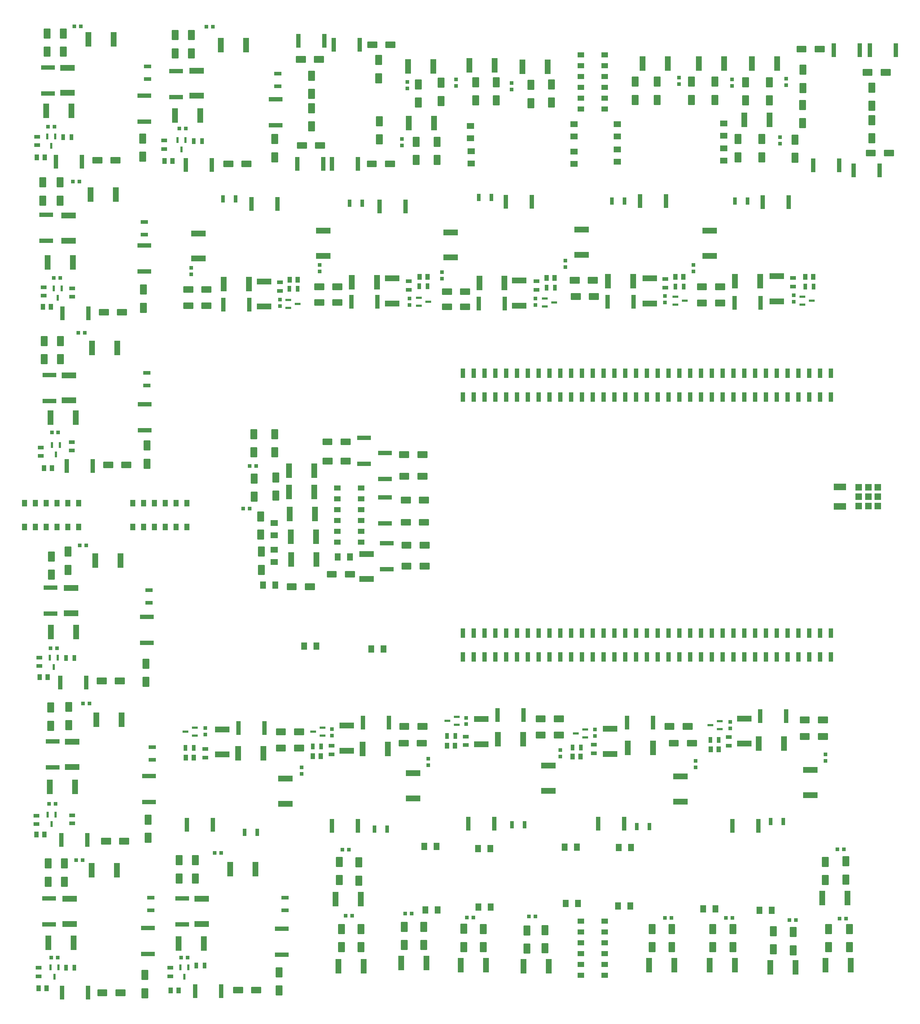
<source format=gbr>
G04 EAGLE Gerber RS-274X export*
G75*
%MOMM*%
%FSLAX34Y34*%
%LPD*%
%INSolderpaste Top*%
%IPPOS*%
%AMOC8*
5,1,8,0,0,1.08239X$1,22.5*%
G01*
G04 Define Apertures*
%ADD10R,1.020000X2.220000*%
%ADD11R,1.570000X1.270000*%
%ADD12R,1.330000X3.460000*%
%ADD13R,0.930000X0.890000*%
%ADD14C,0.387500*%
%ADD15R,1.270000X1.570000*%
%ADD16R,3.270000X1.070000*%
%ADD17R,1.730000X0.970000*%
%ADD18R,3.460000X1.330000*%
%ADD19R,0.558800X1.320800*%
%ADD20R,0.508000X1.320800*%
%ADD21R,0.870000X0.930000*%
%ADD22R,1.380000X0.920000*%
%ADD23R,0.920000X1.380000*%
%ADD24R,0.890000X0.930000*%
%ADD25R,1.070000X3.270000*%
%ADD26R,0.970000X1.730000*%
%ADD27R,1.320800X0.558800*%
%ADD28R,1.320800X0.508000*%
%ADD29R,0.930000X0.870000*%
%ADD30R,1.800000X1.340000*%
%ADD31R,1.420000X0.920000*%
%ADD32R,1.010000X1.380000*%
%ADD33R,1.340000X1.800000*%
%ADD34R,1.580000X1.580000*%
%ADD35R,3.000000X1.600000*%
D10*
X1092200Y1539550D03*
X1092200Y1483050D03*
X1117600Y1539550D03*
X1117600Y1483050D03*
X1143000Y1539550D03*
X1143000Y1483050D03*
X1168400Y1539550D03*
X1168400Y1483050D03*
X1193800Y1539550D03*
X1193800Y1483050D03*
X1219200Y1539550D03*
X1219200Y1483050D03*
X1244600Y1539550D03*
X1244600Y1483050D03*
X1270000Y1539550D03*
X1270000Y1483050D03*
X1295400Y1539550D03*
X1295400Y1483050D03*
X1320800Y1539550D03*
X1320800Y1483050D03*
X1346200Y1539550D03*
X1346200Y1483050D03*
X1371600Y1539550D03*
X1371600Y1483050D03*
X1397000Y1539550D03*
X1397000Y1483050D03*
X1422400Y1539550D03*
X1422400Y1483050D03*
X1447800Y1539550D03*
X1447800Y1483050D03*
X1473200Y1539550D03*
X1473200Y1483050D03*
X1498600Y1539550D03*
X1498600Y1483050D03*
X1524000Y1539550D03*
X1524000Y1483050D03*
X1549400Y1539550D03*
X1549400Y1483050D03*
X1574800Y1539550D03*
X1574800Y1483050D03*
X1600200Y1539550D03*
X1600200Y1483050D03*
X1625600Y1539550D03*
X1625600Y1483050D03*
X1651000Y1539550D03*
X1651000Y1483050D03*
X1676400Y1539550D03*
X1676400Y1483050D03*
X1701800Y1539550D03*
X1701800Y1483050D03*
X1727200Y1539550D03*
X1727200Y1483050D03*
X1752600Y1539550D03*
X1752600Y1483050D03*
X1778000Y1539550D03*
X1778000Y1483050D03*
X1803400Y1539550D03*
X1803400Y1483050D03*
X1828800Y1539550D03*
X1828800Y1483050D03*
X1854200Y1539550D03*
X1854200Y1483050D03*
X1879600Y1539550D03*
X1879600Y1483050D03*
X1905000Y1539550D03*
X1905000Y1483050D03*
X1930400Y1539550D03*
X1930400Y1483050D03*
X1955800Y1539550D03*
X1955800Y1483050D03*
X1092200Y929950D03*
X1092200Y873450D03*
X1117600Y929950D03*
X1117600Y873450D03*
X1143000Y929950D03*
X1143000Y873450D03*
X1168400Y929950D03*
X1168400Y873450D03*
X1193800Y929950D03*
X1193800Y873450D03*
X1219200Y929950D03*
X1219200Y873450D03*
X1244600Y929950D03*
X1244600Y873450D03*
X1270000Y929950D03*
X1270000Y873450D03*
X1295400Y929950D03*
X1295400Y873450D03*
X1320800Y929950D03*
X1320800Y873450D03*
X1346200Y929950D03*
X1346200Y873450D03*
X1371600Y929950D03*
X1371600Y873450D03*
X1397000Y929950D03*
X1397000Y873450D03*
X1422400Y929950D03*
X1422400Y873450D03*
X1447800Y929950D03*
X1447800Y873450D03*
X1473200Y929950D03*
X1473200Y873450D03*
X1498600Y929950D03*
X1498600Y873450D03*
X1524000Y929950D03*
X1524000Y873450D03*
X1549400Y929950D03*
X1549400Y873450D03*
X1574800Y929950D03*
X1574800Y873450D03*
X1600200Y929950D03*
X1600200Y873450D03*
X1625600Y929950D03*
X1625600Y873450D03*
X1651000Y929950D03*
X1651000Y873450D03*
X1676400Y929950D03*
X1676400Y873450D03*
X1701800Y929950D03*
X1701800Y873450D03*
X1727200Y929950D03*
X1727200Y873450D03*
X1752600Y929950D03*
X1752600Y873450D03*
X1778000Y929950D03*
X1778000Y873450D03*
X1803400Y929950D03*
X1803400Y873450D03*
X1828800Y929950D03*
X1828800Y873450D03*
X1854200Y929950D03*
X1854200Y873450D03*
X1879600Y929950D03*
X1879600Y873450D03*
X1905000Y929950D03*
X1905000Y873450D03*
X1930400Y929950D03*
X1930400Y873450D03*
X1955800Y929950D03*
X1955800Y873450D03*
D11*
X1368850Y2159000D03*
X1425150Y2159000D03*
X1368850Y2184400D03*
X1425150Y2184400D03*
X1368850Y2209800D03*
X1425150Y2209800D03*
X1368850Y2235200D03*
X1425150Y2235200D03*
X1368850Y2260600D03*
X1425150Y2260600D03*
X1368850Y2286000D03*
X1425150Y2286000D03*
D12*
X1290550Y2258060D03*
X1231670Y2258060D03*
D13*
X1206500Y2220040D03*
X1206500Y2204640D03*
D14*
X1293397Y2207467D02*
X1293397Y2226893D01*
X1305023Y2226893D01*
X1305023Y2207467D01*
X1293397Y2207467D01*
X1293397Y2211148D02*
X1305023Y2211148D01*
X1305023Y2214829D02*
X1293397Y2214829D01*
X1293397Y2218510D02*
X1305023Y2218510D01*
X1305023Y2222191D02*
X1293397Y2222191D01*
X1293397Y2225872D02*
X1305023Y2225872D01*
X1293397Y2184193D02*
X1293397Y2164767D01*
X1293397Y2184193D02*
X1305023Y2184193D01*
X1305023Y2164767D01*
X1293397Y2164767D01*
X1293397Y2168448D02*
X1305023Y2168448D01*
X1305023Y2172129D02*
X1293397Y2172129D01*
X1293397Y2175810D02*
X1305023Y2175810D01*
X1305023Y2179491D02*
X1293397Y2179491D01*
X1293397Y2183172D02*
X1305023Y2183172D01*
D12*
X1513610Y2265680D03*
X1572490Y2265680D03*
D13*
X1598930Y2232740D03*
X1598930Y2217340D03*
D14*
X1490247Y2213817D02*
X1490247Y2233243D01*
X1501873Y2233243D01*
X1501873Y2213817D01*
X1490247Y2213817D01*
X1490247Y2217498D02*
X1501873Y2217498D01*
X1501873Y2221179D02*
X1490247Y2221179D01*
X1490247Y2224860D02*
X1501873Y2224860D01*
X1501873Y2228541D02*
X1490247Y2228541D01*
X1490247Y2232222D02*
X1501873Y2232222D01*
X1490247Y2190543D02*
X1490247Y2171117D01*
X1490247Y2190543D02*
X1501873Y2190543D01*
X1501873Y2171117D01*
X1490247Y2171117D01*
X1490247Y2174798D02*
X1501873Y2174798D01*
X1501873Y2178479D02*
X1490247Y2178479D01*
X1490247Y2182160D02*
X1501873Y2182160D01*
X1501873Y2185841D02*
X1490247Y2185841D01*
X1490247Y2189522D02*
X1501873Y2189522D01*
D12*
X1166090Y2261870D03*
X1107210Y2261870D03*
D13*
X1075690Y2228930D03*
X1075690Y2213530D03*
D14*
X1163857Y2212547D02*
X1163857Y2231973D01*
X1175483Y2231973D01*
X1175483Y2212547D01*
X1163857Y2212547D01*
X1163857Y2216228D02*
X1175483Y2216228D01*
X1175483Y2219909D02*
X1163857Y2219909D01*
X1163857Y2223590D02*
X1175483Y2223590D01*
X1175483Y2227271D02*
X1163857Y2227271D01*
X1163857Y2230952D02*
X1175483Y2230952D01*
X1163857Y2189273D02*
X1163857Y2169847D01*
X1163857Y2189273D02*
X1175483Y2189273D01*
X1175483Y2169847D01*
X1163857Y2169847D01*
X1163857Y2173528D02*
X1175483Y2173528D01*
X1175483Y2177209D02*
X1163857Y2177209D01*
X1163857Y2180890D02*
X1175483Y2180890D01*
X1175483Y2184571D02*
X1163857Y2184571D01*
X1163857Y2188252D02*
X1175483Y2188252D01*
D12*
X1645690Y2265680D03*
X1704570Y2265680D03*
D13*
X1723390Y2228930D03*
X1723390Y2213530D03*
D14*
X1622327Y2213817D02*
X1622327Y2233243D01*
X1633953Y2233243D01*
X1633953Y2213817D01*
X1622327Y2213817D01*
X1622327Y2217498D02*
X1633953Y2217498D01*
X1633953Y2221179D02*
X1622327Y2221179D01*
X1622327Y2224860D02*
X1633953Y2224860D01*
X1633953Y2228541D02*
X1622327Y2228541D01*
X1622327Y2232222D02*
X1633953Y2232222D01*
X1622327Y2190543D02*
X1622327Y2171117D01*
X1622327Y2190543D02*
X1633953Y2190543D01*
X1633953Y2171117D01*
X1622327Y2171117D01*
X1622327Y2174798D02*
X1633953Y2174798D01*
X1633953Y2178479D02*
X1622327Y2178479D01*
X1622327Y2182160D02*
X1633953Y2182160D01*
X1633953Y2185841D02*
X1622327Y2185841D01*
X1622327Y2189522D02*
X1633953Y2189522D01*
D12*
X1022580Y2259330D03*
X963700Y2259330D03*
D13*
X961390Y2222580D03*
X961390Y2207180D03*
D14*
X1034317Y2211277D02*
X1034317Y2230703D01*
X1045943Y2230703D01*
X1045943Y2211277D01*
X1034317Y2211277D01*
X1034317Y2214958D02*
X1045943Y2214958D01*
X1045943Y2218639D02*
X1034317Y2218639D01*
X1034317Y2222320D02*
X1045943Y2222320D01*
X1045943Y2226001D02*
X1034317Y2226001D01*
X1034317Y2229682D02*
X1045943Y2229682D01*
X1034317Y2188003D02*
X1034317Y2168577D01*
X1034317Y2188003D02*
X1045943Y2188003D01*
X1045943Y2168577D01*
X1034317Y2168577D01*
X1034317Y2172258D02*
X1045943Y2172258D01*
X1045943Y2175939D02*
X1034317Y2175939D01*
X1034317Y2179620D02*
X1045943Y2179620D01*
X1045943Y2183301D02*
X1034317Y2183301D01*
X1034317Y2186982D02*
X1045943Y2186982D01*
D12*
X1770150Y2265680D03*
X1829030Y2265680D03*
D13*
X1850390Y2230200D03*
X1850390Y2214800D03*
D14*
X1749327Y2212547D02*
X1749327Y2231973D01*
X1760953Y2231973D01*
X1760953Y2212547D01*
X1749327Y2212547D01*
X1749327Y2216228D02*
X1760953Y2216228D01*
X1760953Y2219909D02*
X1749327Y2219909D01*
X1749327Y2223590D02*
X1760953Y2223590D01*
X1760953Y2227271D02*
X1749327Y2227271D01*
X1749327Y2230952D02*
X1760953Y2230952D01*
X1749327Y2189273D02*
X1749327Y2169847D01*
X1749327Y2189273D02*
X1760953Y2189273D01*
X1760953Y2169847D01*
X1749327Y2169847D01*
X1749327Y2173528D02*
X1760953Y2173528D01*
X1760953Y2177209D02*
X1749327Y2177209D01*
X1749327Y2180890D02*
X1760953Y2180890D01*
X1760953Y2184571D02*
X1749327Y2184571D01*
X1749327Y2188252D02*
X1760953Y2188252D01*
D12*
X1023850Y2125980D03*
X964970Y2125980D03*
D13*
X948690Y2089230D03*
X948690Y2073830D03*
D14*
X1025427Y2072847D02*
X1025427Y2092273D01*
X1037053Y2092273D01*
X1037053Y2072847D01*
X1025427Y2072847D01*
X1025427Y2076528D02*
X1037053Y2076528D01*
X1037053Y2080209D02*
X1025427Y2080209D01*
X1025427Y2083890D02*
X1037053Y2083890D01*
X1037053Y2087571D02*
X1025427Y2087571D01*
X1025427Y2091252D02*
X1037053Y2091252D01*
X1025427Y2049573D02*
X1025427Y2030147D01*
X1025427Y2049573D02*
X1037053Y2049573D01*
X1037053Y2030147D01*
X1025427Y2030147D01*
X1025427Y2033828D02*
X1037053Y2033828D01*
X1037053Y2037509D02*
X1025427Y2037509D01*
X1025427Y2041190D02*
X1037053Y2041190D01*
X1037053Y2044871D02*
X1025427Y2044871D01*
X1025427Y2048552D02*
X1037053Y2048552D01*
D12*
X1752370Y2133600D03*
X1811250Y2133600D03*
D13*
X1836420Y2093040D03*
X1836420Y2077640D03*
D14*
X1731547Y2079197D02*
X1731547Y2098623D01*
X1743173Y2098623D01*
X1743173Y2079197D01*
X1731547Y2079197D01*
X1731547Y2082878D02*
X1743173Y2082878D01*
X1743173Y2086559D02*
X1731547Y2086559D01*
X1731547Y2090240D02*
X1743173Y2090240D01*
X1743173Y2093921D02*
X1731547Y2093921D01*
X1731547Y2097602D02*
X1743173Y2097602D01*
X1731547Y2055923D02*
X1731547Y2036497D01*
X1731547Y2055923D02*
X1743173Y2055923D01*
X1743173Y2036497D01*
X1731547Y2036497D01*
X1731547Y2040178D02*
X1743173Y2040178D01*
X1743173Y2043859D02*
X1731547Y2043859D01*
X1731547Y2047540D02*
X1743173Y2047540D01*
X1743173Y2051221D02*
X1731547Y2051221D01*
X1731547Y2054902D02*
X1743173Y2054902D01*
D15*
X190500Y1178350D03*
X190500Y1234650D03*
X165100Y1178350D03*
X165100Y1234650D03*
X139700Y1178350D03*
X139700Y1234650D03*
X114300Y1178350D03*
X114300Y1234650D03*
X88900Y1178350D03*
X88900Y1234650D03*
X63500Y1178350D03*
X63500Y1234650D03*
D16*
X114300Y1850320D03*
X114300Y1911420D03*
D14*
X99597Y1977597D02*
X99597Y1997023D01*
X111223Y1997023D01*
X111223Y1977597D01*
X99597Y1977597D01*
X99597Y1981278D02*
X111223Y1981278D01*
X111223Y1984959D02*
X99597Y1984959D01*
X99597Y1988640D02*
X111223Y1988640D01*
X111223Y1992321D02*
X99597Y1992321D01*
X99597Y1996002D02*
X111223Y1996002D01*
X99597Y1954323D02*
X99597Y1934897D01*
X99597Y1954323D02*
X111223Y1954323D01*
X111223Y1934897D01*
X99597Y1934897D01*
X99597Y1938578D02*
X111223Y1938578D01*
X111223Y1942259D02*
X99597Y1942259D01*
X99597Y1945940D02*
X111223Y1945940D01*
X111223Y1949621D02*
X99597Y1949621D01*
X99597Y1953302D02*
X111223Y1953302D01*
X140237Y1977597D02*
X140237Y1997023D01*
X151863Y1997023D01*
X151863Y1977597D01*
X140237Y1977597D01*
X140237Y1981278D02*
X151863Y1981278D01*
X151863Y1984959D02*
X140237Y1984959D01*
X140237Y1988640D02*
X151863Y1988640D01*
X151863Y1992321D02*
X140237Y1992321D01*
X140237Y1996002D02*
X151863Y1996002D01*
X140237Y1954323D02*
X140237Y1934897D01*
X140237Y1954323D02*
X151863Y1954323D01*
X151863Y1934897D01*
X140237Y1934897D01*
X140237Y1938578D02*
X151863Y1938578D01*
X151863Y1942259D02*
X140237Y1942259D01*
X140237Y1945940D02*
X151863Y1945940D01*
X151863Y1949621D02*
X140237Y1949621D01*
X140237Y1953302D02*
X151863Y1953302D01*
D16*
X344170Y1777930D03*
X344170Y1839030D03*
D17*
X344170Y1864800D03*
X344170Y1894400D03*
D12*
X218210Y1958340D03*
X277090Y1958340D03*
D18*
X166370Y1850160D03*
X166370Y1909040D03*
D12*
X176760Y1799590D03*
X117880Y1799590D03*
D19*
X150368Y1738122D03*
X131572Y1738122D03*
D20*
X140970Y1716278D03*
D21*
X147250Y1762760D03*
X132150Y1762760D03*
D22*
X175260Y1718920D03*
X175260Y1738020D03*
D16*
X129540Y614610D03*
X129540Y675710D03*
D14*
X118647Y745697D02*
X118647Y765123D01*
X130273Y765123D01*
X130273Y745697D01*
X118647Y745697D01*
X118647Y749378D02*
X130273Y749378D01*
X130273Y753059D02*
X118647Y753059D01*
X118647Y756740D02*
X130273Y756740D01*
X130273Y760421D02*
X118647Y760421D01*
X118647Y764102D02*
X130273Y764102D01*
X118647Y722423D02*
X118647Y702997D01*
X118647Y722423D02*
X130273Y722423D01*
X130273Y702997D01*
X118647Y702997D01*
X118647Y706678D02*
X130273Y706678D01*
X130273Y710359D02*
X118647Y710359D01*
X118647Y714040D02*
X130273Y714040D01*
X130273Y717721D02*
X118647Y717721D01*
X118647Y721402D02*
X130273Y721402D01*
X160882Y747292D02*
X160882Y766718D01*
X172508Y766718D01*
X172508Y747292D01*
X160882Y747292D01*
X160882Y750973D02*
X172508Y750973D01*
X172508Y754654D02*
X160882Y754654D01*
X160882Y758335D02*
X172508Y758335D01*
X172508Y762016D02*
X160882Y762016D01*
X160882Y765697D02*
X172508Y765697D01*
X160882Y724018D02*
X160882Y704592D01*
X160882Y724018D02*
X172508Y724018D01*
X172508Y704592D01*
X160882Y704592D01*
X160882Y708273D02*
X172508Y708273D01*
X172508Y711954D02*
X160882Y711954D01*
X160882Y715635D02*
X172508Y715635D01*
X172508Y719316D02*
X160882Y719316D01*
X160882Y722997D02*
X172508Y722997D01*
D16*
X355600Y533330D03*
X355600Y594430D03*
D17*
X363220Y632900D03*
X363220Y662500D03*
D12*
X232180Y726440D03*
X291060Y726440D03*
D18*
X175260Y615720D03*
X175260Y674600D03*
D12*
X181840Y568960D03*
X122960Y568960D03*
D19*
X136398Y503682D03*
X117602Y503682D03*
D20*
X127000Y481838D03*
D21*
X135820Y529590D03*
X120720Y529590D03*
D22*
X175260Y483210D03*
X175260Y502310D03*
D16*
X121920Y1474400D03*
X121920Y1535500D03*
D14*
X103407Y1605487D02*
X103407Y1624913D01*
X115033Y1624913D01*
X115033Y1605487D01*
X103407Y1605487D01*
X103407Y1609168D02*
X115033Y1609168D01*
X115033Y1612849D02*
X103407Y1612849D01*
X103407Y1616530D02*
X115033Y1616530D01*
X115033Y1620211D02*
X103407Y1620211D01*
X103407Y1623892D02*
X115033Y1623892D01*
X103407Y1582213D02*
X103407Y1562787D01*
X103407Y1582213D02*
X115033Y1582213D01*
X115033Y1562787D01*
X103407Y1562787D01*
X103407Y1566468D02*
X115033Y1566468D01*
X115033Y1570149D02*
X103407Y1570149D01*
X103407Y1573830D02*
X115033Y1573830D01*
X115033Y1577511D02*
X103407Y1577511D01*
X103407Y1581192D02*
X115033Y1581192D01*
X141507Y1605487D02*
X141507Y1624913D01*
X153133Y1624913D01*
X153133Y1605487D01*
X141507Y1605487D01*
X141507Y1609168D02*
X153133Y1609168D01*
X153133Y1612849D02*
X141507Y1612849D01*
X141507Y1616530D02*
X153133Y1616530D01*
X153133Y1620211D02*
X141507Y1620211D01*
X141507Y1623892D02*
X153133Y1623892D01*
X141507Y1582213D02*
X141507Y1562787D01*
X141507Y1582213D02*
X153133Y1582213D01*
X153133Y1562787D01*
X141507Y1562787D01*
X141507Y1566468D02*
X153133Y1566468D01*
X153133Y1570149D02*
X141507Y1570149D01*
X141507Y1573830D02*
X153133Y1573830D01*
X153133Y1577511D02*
X141507Y1577511D01*
X141507Y1581192D02*
X153133Y1581192D01*
D16*
X345440Y1405820D03*
X345440Y1466920D03*
D17*
X350520Y1510470D03*
X350520Y1540070D03*
D12*
X222020Y1598930D03*
X280900Y1598930D03*
D18*
X167640Y1475510D03*
X167640Y1534390D03*
D12*
X183110Y1435100D03*
X124230Y1435100D03*
D19*
X146558Y1371092D03*
X127762Y1371092D03*
D20*
X137160Y1349248D03*
D21*
X142440Y1400810D03*
X127340Y1400810D03*
D22*
X173990Y1358240D03*
X173990Y1377340D03*
D16*
X124460Y975290D03*
X124460Y1036390D03*
D14*
X119917Y1100027D02*
X119917Y1119453D01*
X131543Y1119453D01*
X131543Y1100027D01*
X119917Y1100027D01*
X119917Y1103708D02*
X131543Y1103708D01*
X131543Y1107389D02*
X119917Y1107389D01*
X119917Y1111070D02*
X131543Y1111070D01*
X131543Y1114751D02*
X119917Y1114751D01*
X119917Y1118432D02*
X131543Y1118432D01*
X119917Y1076753D02*
X119917Y1057327D01*
X119917Y1076753D02*
X131543Y1076753D01*
X131543Y1057327D01*
X119917Y1057327D01*
X119917Y1061008D02*
X131543Y1061008D01*
X131543Y1064689D02*
X119917Y1064689D01*
X119917Y1068370D02*
X131543Y1068370D01*
X131543Y1072051D02*
X119917Y1072051D01*
X119917Y1075732D02*
X131543Y1075732D01*
X159287Y1111457D02*
X159287Y1130883D01*
X170913Y1130883D01*
X170913Y1111457D01*
X159287Y1111457D01*
X159287Y1115138D02*
X170913Y1115138D01*
X170913Y1118819D02*
X159287Y1118819D01*
X159287Y1122500D02*
X170913Y1122500D01*
X170913Y1126181D02*
X159287Y1126181D01*
X159287Y1129862D02*
X170913Y1129862D01*
X159287Y1088183D02*
X159287Y1068757D01*
X159287Y1088183D02*
X170913Y1088183D01*
X170913Y1068757D01*
X159287Y1068757D01*
X159287Y1072438D02*
X170913Y1072438D01*
X170913Y1076119D02*
X159287Y1076119D01*
X159287Y1079800D02*
X170913Y1079800D01*
X170913Y1083481D02*
X159287Y1083481D01*
X159287Y1087162D02*
X170913Y1087162D01*
D16*
X350520Y906710D03*
X350520Y967810D03*
D17*
X355600Y1001200D03*
X355600Y1030800D03*
D12*
X229640Y1099820D03*
X288520Y1099820D03*
D18*
X172720Y976400D03*
X172720Y1035280D03*
D12*
X184380Y932180D03*
X125500Y932180D03*
D19*
X141478Y871982D03*
X122682Y871982D03*
D20*
X132080Y850138D03*
D21*
X139630Y894080D03*
X124530Y894080D03*
D23*
X179730Y871220D03*
X160630Y871220D03*
D16*
X120650Y246310D03*
X120650Y307410D03*
D14*
X112297Y379937D02*
X112297Y399363D01*
X123923Y399363D01*
X123923Y379937D01*
X112297Y379937D01*
X112297Y383618D02*
X123923Y383618D01*
X123923Y387299D02*
X112297Y387299D01*
X112297Y390980D02*
X123923Y390980D01*
X123923Y394661D02*
X112297Y394661D01*
X112297Y398342D02*
X123923Y398342D01*
X112297Y356663D02*
X112297Y337237D01*
X112297Y356663D02*
X123923Y356663D01*
X123923Y337237D01*
X112297Y337237D01*
X112297Y340918D02*
X123923Y340918D01*
X123923Y344599D02*
X112297Y344599D01*
X112297Y348280D02*
X123923Y348280D01*
X123923Y351961D02*
X112297Y351961D01*
X112297Y355642D02*
X123923Y355642D01*
X150397Y379937D02*
X150397Y399363D01*
X162023Y399363D01*
X162023Y379937D01*
X150397Y379937D01*
X150397Y383618D02*
X162023Y383618D01*
X162023Y387299D02*
X150397Y387299D01*
X150397Y390980D02*
X162023Y390980D01*
X162023Y394661D02*
X150397Y394661D01*
X150397Y398342D02*
X162023Y398342D01*
X150397Y356663D02*
X150397Y337237D01*
X150397Y356663D02*
X162023Y356663D01*
X162023Y337237D01*
X150397Y337237D01*
X150397Y340918D02*
X162023Y340918D01*
X162023Y344599D02*
X150397Y344599D01*
X150397Y348280D02*
X162023Y348280D01*
X162023Y351961D02*
X150397Y351961D01*
X150397Y355642D02*
X162023Y355642D01*
D16*
X353090Y177330D03*
X353090Y238430D03*
D17*
X359410Y279840D03*
X359410Y309440D03*
D12*
X220750Y373380D03*
X279630Y373380D03*
D18*
X168910Y247420D03*
X168910Y306300D03*
D12*
X178030Y203560D03*
X119150Y203560D03*
D19*
X142748Y145542D03*
X123952Y145542D03*
D20*
X133350Y123698D03*
D21*
X140900Y168910D03*
X125800Y168910D03*
D23*
X179730Y144780D03*
X160630Y144780D03*
D16*
X118110Y2195760D03*
X118110Y2256860D03*
D14*
X109757Y2326847D02*
X109757Y2346273D01*
X121383Y2346273D01*
X121383Y2326847D01*
X109757Y2326847D01*
X109757Y2330528D02*
X121383Y2330528D01*
X121383Y2334209D02*
X109757Y2334209D01*
X109757Y2337890D02*
X121383Y2337890D01*
X121383Y2341571D02*
X109757Y2341571D01*
X109757Y2345252D02*
X121383Y2345252D01*
X109757Y2303573D02*
X109757Y2284147D01*
X109757Y2303573D02*
X121383Y2303573D01*
X121383Y2284147D01*
X109757Y2284147D01*
X109757Y2287828D02*
X121383Y2287828D01*
X121383Y2291509D02*
X109757Y2291509D01*
X109757Y2295190D02*
X121383Y2295190D01*
X121383Y2298871D02*
X109757Y2298871D01*
X109757Y2302552D02*
X121383Y2302552D01*
X147857Y2326847D02*
X147857Y2346273D01*
X159483Y2346273D01*
X159483Y2326847D01*
X147857Y2326847D01*
X147857Y2330528D02*
X159483Y2330528D01*
X159483Y2334209D02*
X147857Y2334209D01*
X147857Y2337890D02*
X159483Y2337890D01*
X159483Y2341571D02*
X147857Y2341571D01*
X147857Y2345252D02*
X159483Y2345252D01*
X147857Y2303573D02*
X147857Y2284147D01*
X147857Y2303573D02*
X159483Y2303573D01*
X159483Y2284147D01*
X147857Y2284147D01*
X147857Y2287828D02*
X159483Y2287828D01*
X159483Y2291509D02*
X147857Y2291509D01*
X147857Y2295190D02*
X159483Y2295190D01*
X159483Y2298871D02*
X147857Y2298871D01*
X147857Y2302552D02*
X159483Y2302552D01*
D16*
X344170Y2129720D03*
X344170Y2190820D03*
D17*
X351790Y2229290D03*
X351790Y2258890D03*
D12*
X213130Y2322830D03*
X272010Y2322830D03*
D18*
X163830Y2196870D03*
X163830Y2255750D03*
D12*
X172950Y2155190D03*
X114070Y2155190D03*
D19*
X135128Y2094992D03*
X116332Y2094992D03*
D20*
X125730Y2073148D03*
D21*
X133280Y2118000D03*
X118180Y2118000D03*
D23*
X173380Y2092960D03*
X154280Y2092960D03*
D16*
X433070Y246310D03*
X433070Y307410D03*
D14*
X419637Y387557D02*
X419637Y406983D01*
X431263Y406983D01*
X431263Y387557D01*
X419637Y387557D01*
X419637Y391238D02*
X431263Y391238D01*
X431263Y394919D02*
X419637Y394919D01*
X419637Y398600D02*
X431263Y398600D01*
X431263Y402281D02*
X419637Y402281D01*
X419637Y405962D02*
X431263Y405962D01*
X419637Y364283D02*
X419637Y344857D01*
X419637Y364283D02*
X431263Y364283D01*
X431263Y344857D01*
X419637Y344857D01*
X419637Y348538D02*
X431263Y348538D01*
X431263Y352219D02*
X419637Y352219D01*
X419637Y355900D02*
X431263Y355900D01*
X431263Y359581D02*
X419637Y359581D01*
X419637Y363262D02*
X431263Y363262D01*
X457737Y387557D02*
X457737Y406983D01*
X469363Y406983D01*
X469363Y387557D01*
X457737Y387557D01*
X457737Y391238D02*
X469363Y391238D01*
X469363Y394919D02*
X457737Y394919D01*
X457737Y398600D02*
X469363Y398600D01*
X469363Y402281D02*
X457737Y402281D01*
X457737Y405962D02*
X469363Y405962D01*
X457737Y364283D02*
X457737Y344857D01*
X457737Y364283D02*
X469363Y364283D01*
X469363Y344857D01*
X457737Y344857D01*
X457737Y348538D02*
X469363Y348538D01*
X469363Y352219D02*
X457737Y352219D01*
X457737Y355900D02*
X469363Y355900D01*
X469363Y359581D02*
X457737Y359581D01*
X457737Y363262D02*
X469363Y363262D01*
D16*
X666750Y175190D03*
X666750Y236290D03*
D17*
X674370Y279840D03*
X674370Y309440D03*
D12*
X545870Y375920D03*
X604750Y375920D03*
D18*
X478790Y247420D03*
X478790Y306300D03*
D12*
X484100Y201930D03*
X425220Y201930D03*
D19*
X447548Y145542D03*
X428752Y145542D03*
D20*
X438150Y123698D03*
D21*
X445700Y168550D03*
X430600Y168550D03*
D23*
X485800Y149860D03*
X466700Y149860D03*
D16*
X419100Y2186870D03*
X419100Y2247970D03*
D14*
X410747Y2323037D02*
X410747Y2342463D01*
X422373Y2342463D01*
X422373Y2323037D01*
X410747Y2323037D01*
X410747Y2326718D02*
X422373Y2326718D01*
X422373Y2330399D02*
X410747Y2330399D01*
X410747Y2334080D02*
X422373Y2334080D01*
X422373Y2337761D02*
X410747Y2337761D01*
X410747Y2341442D02*
X422373Y2341442D01*
X410747Y2299763D02*
X410747Y2280337D01*
X410747Y2299763D02*
X422373Y2299763D01*
X422373Y2280337D01*
X410747Y2280337D01*
X410747Y2284018D02*
X422373Y2284018D01*
X422373Y2287699D02*
X410747Y2287699D01*
X410747Y2291380D02*
X422373Y2291380D01*
X422373Y2295061D02*
X410747Y2295061D01*
X410747Y2298742D02*
X422373Y2298742D01*
X448847Y2323037D02*
X448847Y2342463D01*
X460473Y2342463D01*
X460473Y2323037D01*
X448847Y2323037D01*
X448847Y2326718D02*
X460473Y2326718D01*
X460473Y2330399D02*
X448847Y2330399D01*
X448847Y2334080D02*
X460473Y2334080D01*
X460473Y2337761D02*
X448847Y2337761D01*
X448847Y2341442D02*
X460473Y2341442D01*
X448847Y2299763D02*
X448847Y2280337D01*
X448847Y2299763D02*
X460473Y2299763D01*
X460473Y2280337D01*
X448847Y2280337D01*
X448847Y2284018D02*
X460473Y2284018D01*
X460473Y2287699D02*
X448847Y2287699D01*
X448847Y2291380D02*
X460473Y2291380D01*
X460473Y2295061D02*
X448847Y2295061D01*
X448847Y2298742D02*
X460473Y2298742D01*
D16*
X652780Y2120830D03*
X652780Y2181930D03*
D17*
X657860Y2212780D03*
X657860Y2242380D03*
D12*
X524280Y2308860D03*
X583160Y2308860D03*
D18*
X467360Y2190010D03*
X467360Y2248890D03*
D12*
X475210Y2143760D03*
X416330Y2143760D03*
D19*
X441198Y2086102D03*
X422402Y2086102D03*
D20*
X431800Y2064258D03*
D21*
X441890Y2113280D03*
X426790Y2113280D03*
D23*
X479450Y2084070D03*
X460350Y2084070D03*
D24*
X208360Y1135380D03*
X192960Y1135380D03*
X204550Y1634490D03*
X189150Y1634490D03*
X215980Y764540D03*
X200580Y764540D03*
X191850Y1988820D03*
X176450Y1988820D03*
X199470Y397510D03*
X184070Y397510D03*
X195660Y2353310D03*
X180260Y2353310D03*
X524590Y414020D03*
X509190Y414020D03*
X505540Y2352040D03*
X490140Y2352040D03*
D11*
X1425150Y254000D03*
X1368850Y254000D03*
X1425150Y228600D03*
X1368850Y228600D03*
X1425150Y203200D03*
X1368850Y203200D03*
X1425150Y177800D03*
X1368850Y177800D03*
X1425150Y152400D03*
X1368850Y152400D03*
X1425150Y127000D03*
X1368850Y127000D03*
D12*
X1528850Y151130D03*
X1587730Y151130D03*
D24*
X1565830Y261620D03*
X1581230Y261620D03*
D14*
X1529617Y245693D02*
X1529617Y226267D01*
X1529617Y245693D02*
X1541243Y245693D01*
X1541243Y226267D01*
X1529617Y226267D01*
X1529617Y229948D02*
X1541243Y229948D01*
X1541243Y233629D02*
X1529617Y233629D01*
X1529617Y237310D02*
X1541243Y237310D01*
X1541243Y240991D02*
X1529617Y240991D01*
X1529617Y244672D02*
X1541243Y244672D01*
X1529617Y202993D02*
X1529617Y183567D01*
X1529617Y202993D02*
X1541243Y202993D01*
X1541243Y183567D01*
X1529617Y183567D01*
X1529617Y187248D02*
X1541243Y187248D01*
X1541243Y190929D02*
X1529617Y190929D01*
X1529617Y194610D02*
X1541243Y194610D01*
X1541243Y198291D02*
X1529617Y198291D01*
X1529617Y201972D02*
X1541243Y201972D01*
D12*
X1293090Y148590D03*
X1234210Y148590D03*
D24*
X1262460Y265430D03*
X1247060Y265430D03*
D14*
X1278157Y243153D02*
X1278157Y223727D01*
X1278157Y243153D02*
X1289783Y243153D01*
X1289783Y223727D01*
X1278157Y223727D01*
X1278157Y227408D02*
X1289783Y227408D01*
X1289783Y231089D02*
X1278157Y231089D01*
X1278157Y234770D02*
X1289783Y234770D01*
X1289783Y238451D02*
X1278157Y238451D01*
X1278157Y242132D02*
X1289783Y242132D01*
X1278157Y200453D02*
X1278157Y181027D01*
X1278157Y200453D02*
X1289783Y200453D01*
X1289783Y181027D01*
X1278157Y181027D01*
X1278157Y184708D02*
X1289783Y184708D01*
X1289783Y188389D02*
X1278157Y188389D01*
X1278157Y192070D02*
X1289783Y192070D01*
X1289783Y195751D02*
X1278157Y195751D01*
X1278157Y199432D02*
X1289783Y199432D01*
D12*
X1671090Y151130D03*
X1729970Y151130D03*
D24*
X1709340Y261620D03*
X1724740Y261620D03*
D14*
X1671857Y245693D02*
X1671857Y226267D01*
X1671857Y245693D02*
X1683483Y245693D01*
X1683483Y226267D01*
X1671857Y226267D01*
X1671857Y229948D02*
X1683483Y229948D01*
X1683483Y233629D02*
X1671857Y233629D01*
X1671857Y237310D02*
X1683483Y237310D01*
X1683483Y240991D02*
X1671857Y240991D01*
X1671857Y244672D02*
X1683483Y244672D01*
X1671857Y202993D02*
X1671857Y183567D01*
X1671857Y202993D02*
X1683483Y202993D01*
X1683483Y183567D01*
X1671857Y183567D01*
X1671857Y187248D02*
X1683483Y187248D01*
X1683483Y190929D02*
X1671857Y190929D01*
X1671857Y194610D02*
X1683483Y194610D01*
X1683483Y198291D02*
X1671857Y198291D01*
X1671857Y201972D02*
X1683483Y201972D01*
D12*
X1145770Y151130D03*
X1086890Y151130D03*
D24*
X1116410Y262890D03*
X1101010Y262890D03*
D14*
X1133377Y245693D02*
X1133377Y226267D01*
X1133377Y245693D02*
X1145003Y245693D01*
X1145003Y226267D01*
X1133377Y226267D01*
X1133377Y229948D02*
X1145003Y229948D01*
X1145003Y233629D02*
X1133377Y233629D01*
X1133377Y237310D02*
X1145003Y237310D01*
X1145003Y240991D02*
X1133377Y240991D01*
X1133377Y244672D02*
X1145003Y244672D01*
X1133377Y202993D02*
X1133377Y183567D01*
X1133377Y202993D02*
X1145003Y202993D01*
X1145003Y183567D01*
X1133377Y183567D01*
X1133377Y187248D02*
X1145003Y187248D01*
X1145003Y190929D02*
X1133377Y190929D01*
X1133377Y194610D02*
X1145003Y194610D01*
X1145003Y198291D02*
X1133377Y198291D01*
X1133377Y201972D02*
X1145003Y201972D01*
D12*
X1813330Y146050D03*
X1872210Y146050D03*
D24*
X1857930Y256540D03*
X1873330Y256540D03*
D14*
X1814097Y240613D02*
X1814097Y221187D01*
X1814097Y240613D02*
X1825723Y240613D01*
X1825723Y221187D01*
X1814097Y221187D01*
X1814097Y224868D02*
X1825723Y224868D01*
X1825723Y228549D02*
X1814097Y228549D01*
X1814097Y232230D02*
X1825723Y232230D01*
X1825723Y235911D02*
X1814097Y235911D01*
X1814097Y239592D02*
X1825723Y239592D01*
X1814097Y197913D02*
X1814097Y178487D01*
X1814097Y197913D02*
X1825723Y197913D01*
X1825723Y178487D01*
X1814097Y178487D01*
X1814097Y182168D02*
X1825723Y182168D01*
X1825723Y185849D02*
X1814097Y185849D01*
X1814097Y189530D02*
X1825723Y189530D01*
X1825723Y193211D02*
X1814097Y193211D01*
X1814097Y196892D02*
X1825723Y196892D01*
D12*
X1006070Y156210D03*
X947190Y156210D03*
D24*
X971630Y271780D03*
X956230Y271780D03*
D14*
X993677Y250773D02*
X993677Y231347D01*
X993677Y250773D02*
X1005303Y250773D01*
X1005303Y231347D01*
X993677Y231347D01*
X993677Y235028D02*
X1005303Y235028D01*
X1005303Y238709D02*
X993677Y238709D01*
X993677Y242390D02*
X1005303Y242390D01*
X1005303Y246071D02*
X993677Y246071D01*
X993677Y249752D02*
X1005303Y249752D01*
X993677Y208073D02*
X993677Y188647D01*
X993677Y208073D02*
X1005303Y208073D01*
X1005303Y188647D01*
X993677Y188647D01*
X993677Y192328D02*
X1005303Y192328D01*
X1005303Y196009D02*
X993677Y196009D01*
X993677Y199690D02*
X1005303Y199690D01*
X1005303Y203371D02*
X993677Y203371D01*
X993677Y207052D02*
X1005303Y207052D01*
D12*
X1942870Y151130D03*
X2001750Y151130D03*
D24*
X1976040Y260350D03*
X1991440Y260350D03*
D14*
X1943637Y245693D02*
X1943637Y226267D01*
X1943637Y245693D02*
X1955263Y245693D01*
X1955263Y226267D01*
X1943637Y226267D01*
X1943637Y229948D02*
X1955263Y229948D01*
X1955263Y233629D02*
X1943637Y233629D01*
X1943637Y237310D02*
X1955263Y237310D01*
X1955263Y240991D02*
X1943637Y240991D01*
X1943637Y244672D02*
X1955263Y244672D01*
X1943637Y202993D02*
X1943637Y183567D01*
X1943637Y202993D02*
X1955263Y202993D01*
X1955263Y183567D01*
X1943637Y183567D01*
X1943637Y187248D02*
X1955263Y187248D01*
X1955263Y190929D02*
X1943637Y190929D01*
X1943637Y194610D02*
X1955263Y194610D01*
X1955263Y198291D02*
X1943637Y198291D01*
X1943637Y201972D02*
X1955263Y201972D01*
D12*
X858750Y148590D03*
X799870Y148590D03*
D24*
X831930Y266700D03*
X816530Y266700D03*
D14*
X846357Y245693D02*
X846357Y226267D01*
X846357Y245693D02*
X857983Y245693D01*
X857983Y226267D01*
X846357Y226267D01*
X846357Y229948D02*
X857983Y229948D01*
X857983Y233629D02*
X846357Y233629D01*
X846357Y237310D02*
X857983Y237310D01*
X857983Y240991D02*
X846357Y240991D01*
X846357Y244672D02*
X857983Y244672D01*
X846357Y202993D02*
X846357Y183567D01*
X846357Y202993D02*
X857983Y202993D01*
X857983Y183567D01*
X846357Y183567D01*
X846357Y187248D02*
X857983Y187248D01*
X857983Y190929D02*
X846357Y190929D01*
X846357Y194610D02*
X857983Y194610D01*
X857983Y198291D02*
X846357Y198291D01*
X846357Y201972D02*
X857983Y201972D01*
D12*
X1935250Y308610D03*
X1994130Y308610D03*
D24*
X1970960Y422910D03*
X1986360Y422910D03*
D14*
X1936017Y403173D02*
X1936017Y383747D01*
X1936017Y403173D02*
X1947643Y403173D01*
X1947643Y383747D01*
X1936017Y383747D01*
X1936017Y387428D02*
X1947643Y387428D01*
X1947643Y391109D02*
X1936017Y391109D01*
X1936017Y394790D02*
X1947643Y394790D01*
X1947643Y398471D02*
X1936017Y398471D01*
X1936017Y402152D02*
X1947643Y402152D01*
X1936017Y360473D02*
X1936017Y341047D01*
X1936017Y360473D02*
X1947643Y360473D01*
X1947643Y341047D01*
X1936017Y341047D01*
X1936017Y344728D02*
X1947643Y344728D01*
X1947643Y348409D02*
X1936017Y348409D01*
X1936017Y352090D02*
X1947643Y352090D01*
X1947643Y355771D02*
X1936017Y355771D01*
X1936017Y359452D02*
X1947643Y359452D01*
D12*
X852400Y306070D03*
X793520Y306070D03*
D24*
X824310Y421640D03*
X808910Y421640D03*
D14*
X841277Y401903D02*
X841277Y382477D01*
X841277Y401903D02*
X852903Y401903D01*
X852903Y382477D01*
X841277Y382477D01*
X841277Y386158D02*
X852903Y386158D01*
X852903Y389839D02*
X841277Y389839D01*
X841277Y393520D02*
X852903Y393520D01*
X852903Y397201D02*
X841277Y397201D01*
X841277Y400882D02*
X852903Y400882D01*
X841277Y359203D02*
X841277Y339777D01*
X841277Y359203D02*
X852903Y359203D01*
X852903Y339777D01*
X841277Y339777D01*
X841277Y343458D02*
X852903Y343458D01*
X852903Y347139D02*
X841277Y347139D01*
X841277Y350820D02*
X852903Y350820D01*
X852903Y354501D02*
X841277Y354501D01*
X841277Y358182D02*
X852903Y358182D01*
D15*
X444500Y1178350D03*
X444500Y1234650D03*
X419100Y1178350D03*
X419100Y1234650D03*
X393700Y1178350D03*
X393700Y1234650D03*
X368300Y1178350D03*
X368300Y1234650D03*
X342900Y1178350D03*
X342900Y1234650D03*
X317500Y1178350D03*
X317500Y1234650D03*
D25*
X1492320Y1706880D03*
X1431220Y1706880D03*
D14*
X1366313Y1713767D02*
X1346887Y1713767D01*
X1346887Y1725393D01*
X1366313Y1725393D01*
X1366313Y1713767D01*
X1366313Y1717448D02*
X1346887Y1717448D01*
X1346887Y1721129D02*
X1366313Y1721129D01*
X1366313Y1724810D02*
X1346887Y1724810D01*
X1389587Y1713767D02*
X1409013Y1713767D01*
X1389587Y1713767D02*
X1389587Y1725393D01*
X1409013Y1725393D01*
X1409013Y1713767D01*
X1409013Y1717448D02*
X1389587Y1717448D01*
X1389587Y1721129D02*
X1409013Y1721129D01*
X1409013Y1724810D02*
X1389587Y1724810D01*
X1363773Y1751867D02*
X1344347Y1751867D01*
X1344347Y1763493D01*
X1363773Y1763493D01*
X1363773Y1751867D01*
X1363773Y1755548D02*
X1344347Y1755548D01*
X1344347Y1759229D02*
X1363773Y1759229D01*
X1363773Y1762910D02*
X1344347Y1762910D01*
X1387047Y1751867D02*
X1406473Y1751867D01*
X1387047Y1751867D02*
X1387047Y1763493D01*
X1406473Y1763493D01*
X1406473Y1751867D01*
X1406473Y1755548D02*
X1387047Y1755548D01*
X1387047Y1759229D02*
X1406473Y1759229D01*
X1406473Y1762910D02*
X1387047Y1762910D01*
D25*
X1568520Y1943100D03*
X1507420Y1943100D03*
D26*
X1471490Y1943100D03*
X1441890Y1943100D03*
D18*
X1370330Y1817140D03*
X1370330Y1876020D03*
D12*
X1491210Y1755140D03*
X1432330Y1755140D03*
D18*
X1530350Y1761720D03*
X1530350Y1702840D03*
D27*
X1590548Y1718818D03*
X1590548Y1700022D03*
D28*
X1612392Y1709420D03*
D29*
X1565910Y1720240D03*
X1565910Y1705140D03*
D23*
X1610078Y1742440D03*
X1590978Y1742440D03*
D25*
X1476940Y720090D03*
X1538040Y720090D03*
D14*
X1609297Y717273D02*
X1628723Y717273D01*
X1628723Y705647D01*
X1609297Y705647D01*
X1609297Y717273D01*
X1609297Y709328D02*
X1628723Y709328D01*
X1628723Y713009D02*
X1609297Y713009D01*
X1609297Y716690D02*
X1628723Y716690D01*
X1586023Y717273D02*
X1566597Y717273D01*
X1586023Y717273D02*
X1586023Y705647D01*
X1566597Y705647D01*
X1566597Y717273D01*
X1566597Y709328D02*
X1586023Y709328D01*
X1586023Y713009D02*
X1566597Y713009D01*
X1566597Y716690D02*
X1586023Y716690D01*
X1619457Y677643D02*
X1638883Y677643D01*
X1638883Y666017D01*
X1619457Y666017D01*
X1619457Y677643D01*
X1619457Y669698D02*
X1638883Y669698D01*
X1638883Y673379D02*
X1619457Y673379D01*
X1619457Y677060D02*
X1638883Y677060D01*
X1596183Y677643D02*
X1576757Y677643D01*
X1596183Y677643D02*
X1596183Y666017D01*
X1576757Y666017D01*
X1576757Y677643D01*
X1576757Y669698D02*
X1596183Y669698D01*
X1596183Y673379D02*
X1576757Y673379D01*
X1576757Y677060D02*
X1596183Y677060D01*
D25*
X1409630Y482600D03*
X1470730Y482600D03*
D26*
X1500310Y476250D03*
X1529910Y476250D03*
D18*
X1602740Y593320D03*
X1602740Y534440D03*
D12*
X1479320Y660400D03*
X1538200Y660400D03*
D18*
X1437640Y646200D03*
X1437640Y705080D03*
D27*
X1378712Y685292D03*
X1378712Y704088D03*
D28*
X1356868Y694690D03*
D29*
X1401720Y688814D03*
X1401720Y703914D03*
D23*
X1349350Y661670D03*
X1368450Y661670D03*
D25*
X1790770Y1704340D03*
X1729670Y1704340D03*
D14*
X1662223Y1698527D02*
X1642797Y1698527D01*
X1642797Y1710153D01*
X1662223Y1710153D01*
X1662223Y1698527D01*
X1662223Y1702208D02*
X1642797Y1702208D01*
X1642797Y1705889D02*
X1662223Y1705889D01*
X1662223Y1709570D02*
X1642797Y1709570D01*
X1685497Y1698527D02*
X1704923Y1698527D01*
X1685497Y1698527D02*
X1685497Y1710153D01*
X1704923Y1710153D01*
X1704923Y1698527D01*
X1704923Y1702208D02*
X1685497Y1702208D01*
X1685497Y1705889D02*
X1704923Y1705889D01*
X1704923Y1709570D02*
X1685497Y1709570D01*
X1662223Y1736627D02*
X1642797Y1736627D01*
X1642797Y1748253D01*
X1662223Y1748253D01*
X1662223Y1736627D01*
X1662223Y1740308D02*
X1642797Y1740308D01*
X1642797Y1743989D02*
X1662223Y1743989D01*
X1662223Y1747670D02*
X1642797Y1747670D01*
X1685497Y1736627D02*
X1704923Y1736627D01*
X1685497Y1736627D02*
X1685497Y1748253D01*
X1704923Y1748253D01*
X1704923Y1736627D01*
X1704923Y1740308D02*
X1685497Y1740308D01*
X1685497Y1743989D02*
X1704923Y1743989D01*
X1704923Y1747670D02*
X1685497Y1747670D01*
D25*
X1856810Y1940560D03*
X1795710Y1940560D03*
D26*
X1759780Y1943100D03*
X1730180Y1943100D03*
D18*
X1671320Y1814600D03*
X1671320Y1873480D03*
D12*
X1789660Y1755140D03*
X1730780Y1755140D03*
D18*
X1828800Y1766800D03*
X1828800Y1707920D03*
D27*
X1888998Y1718818D03*
X1888998Y1700022D03*
D28*
X1910842Y1709420D03*
D29*
X1868530Y1722406D03*
X1868530Y1707306D03*
D23*
X1914550Y1742440D03*
X1895450Y1742440D03*
D25*
X1789360Y735330D03*
X1850460Y735330D03*
D14*
X1926797Y732253D02*
X1946223Y732253D01*
X1946223Y720627D01*
X1926797Y720627D01*
X1926797Y732253D01*
X1926797Y724308D02*
X1946223Y724308D01*
X1946223Y727989D02*
X1926797Y727989D01*
X1926797Y731670D02*
X1946223Y731670D01*
X1903523Y732253D02*
X1884097Y732253D01*
X1903523Y732253D02*
X1903523Y720627D01*
X1884097Y720627D01*
X1884097Y732253D01*
X1884097Y724308D02*
X1903523Y724308D01*
X1903523Y727989D02*
X1884097Y727989D01*
X1884097Y731670D02*
X1903523Y731670D01*
X1926797Y693653D02*
X1946223Y693653D01*
X1946223Y682027D01*
X1926797Y682027D01*
X1926797Y693653D01*
X1926797Y685708D02*
X1946223Y685708D01*
X1946223Y689389D02*
X1926797Y689389D01*
X1926797Y693070D02*
X1946223Y693070D01*
X1903523Y693653D02*
X1884097Y693653D01*
X1903523Y693653D02*
X1903523Y682027D01*
X1884097Y682027D01*
X1884097Y693653D01*
X1884097Y685708D02*
X1903523Y685708D01*
X1903523Y689389D02*
X1884097Y689389D01*
X1884097Y693070D02*
X1903523Y693070D01*
D25*
X1724590Y477520D03*
X1785690Y477520D03*
D26*
X1814000Y487680D03*
X1843600Y487680D03*
D18*
X1907540Y608560D03*
X1907540Y549680D03*
D12*
X1786660Y670560D03*
X1845540Y670560D03*
D18*
X1752600Y670330D03*
X1752600Y729210D03*
D27*
X1694942Y704342D03*
X1694942Y723138D03*
D28*
X1673098Y713740D03*
D29*
X1719580Y706190D03*
X1719580Y721290D03*
D23*
X1673200Y679450D03*
X1692300Y679450D03*
D25*
X565080Y707390D03*
X626180Y707390D03*
D14*
X697437Y704313D02*
X716863Y704313D01*
X716863Y692687D01*
X697437Y692687D01*
X697437Y704313D01*
X697437Y696368D02*
X716863Y696368D01*
X716863Y700049D02*
X697437Y700049D01*
X697437Y703730D02*
X716863Y703730D01*
X674163Y704313D02*
X654737Y704313D01*
X674163Y704313D02*
X674163Y692687D01*
X654737Y692687D01*
X654737Y704313D01*
X654737Y696368D02*
X674163Y696368D01*
X674163Y700049D02*
X654737Y700049D01*
X654737Y703730D02*
X674163Y703730D01*
X697437Y666213D02*
X716863Y666213D01*
X716863Y654587D01*
X697437Y654587D01*
X697437Y666213D01*
X697437Y658268D02*
X716863Y658268D01*
X716863Y661949D02*
X697437Y661949D01*
X697437Y665630D02*
X716863Y665630D01*
X674163Y666213D02*
X654737Y666213D01*
X674163Y666213D02*
X674163Y654587D01*
X654737Y654587D01*
X654737Y666213D01*
X654737Y658268D02*
X674163Y658268D01*
X674163Y661949D02*
X654737Y661949D01*
X654737Y665630D02*
X674163Y665630D01*
D25*
X444430Y480060D03*
X505530Y480060D03*
D26*
X579560Y462280D03*
X609160Y462280D03*
D18*
X675640Y588240D03*
X675640Y529360D03*
D12*
X564920Y647700D03*
X623800Y647700D03*
D18*
X527586Y644930D03*
X527586Y703810D03*
D27*
X463042Y689102D03*
X463042Y707898D03*
D28*
X441198Y698500D03*
D29*
X487504Y692118D03*
X487504Y707218D03*
D23*
X441300Y660400D03*
X460400Y660400D03*
D25*
X590620Y1700530D03*
X529520Y1700530D03*
D14*
X456993Y1692177D02*
X437567Y1692177D01*
X437567Y1703803D01*
X456993Y1703803D01*
X456993Y1692177D01*
X456993Y1695858D02*
X437567Y1695858D01*
X437567Y1699539D02*
X456993Y1699539D01*
X456993Y1703220D02*
X437567Y1703220D01*
X480267Y1692177D02*
X499693Y1692177D01*
X480267Y1692177D02*
X480267Y1703803D01*
X499693Y1703803D01*
X499693Y1692177D01*
X499693Y1695858D02*
X480267Y1695858D01*
X480267Y1699539D02*
X499693Y1699539D01*
X499693Y1703220D02*
X480267Y1703220D01*
X456993Y1730277D02*
X437567Y1730277D01*
X437567Y1741903D01*
X456993Y1741903D01*
X456993Y1730277D01*
X456993Y1733958D02*
X437567Y1733958D01*
X437567Y1737639D02*
X456993Y1737639D01*
X456993Y1741320D02*
X437567Y1741320D01*
X480267Y1730277D02*
X499693Y1730277D01*
X480267Y1730277D02*
X480267Y1741903D01*
X499693Y1741903D01*
X499693Y1730277D01*
X499693Y1733958D02*
X480267Y1733958D01*
X480267Y1737639D02*
X499693Y1737639D01*
X499693Y1741320D02*
X480267Y1741320D01*
D25*
X656660Y1936750D03*
X595560Y1936750D03*
D26*
X558360Y1948180D03*
X528760Y1948180D03*
D18*
X471170Y1808250D03*
X471170Y1867130D03*
D12*
X589510Y1748790D03*
X530630Y1748790D03*
D18*
X625644Y1754566D03*
X625644Y1695686D03*
D27*
X682498Y1711198D03*
X682498Y1692402D03*
D28*
X704342Y1701800D03*
D29*
X662940Y1711890D03*
X662940Y1696790D03*
D23*
X704240Y1737360D03*
X685140Y1737360D03*
D25*
X857180Y720090D03*
X918280Y720090D03*
D14*
X986997Y717013D02*
X1006423Y717013D01*
X1006423Y705387D01*
X986997Y705387D01*
X986997Y717013D01*
X986997Y709068D02*
X1006423Y709068D01*
X1006423Y712749D02*
X986997Y712749D01*
X986997Y716430D02*
X1006423Y716430D01*
X963723Y717013D02*
X944297Y717013D01*
X963723Y717013D02*
X963723Y705387D01*
X944297Y705387D01*
X944297Y717013D01*
X944297Y709068D02*
X963723Y709068D01*
X963723Y712749D02*
X944297Y712749D01*
X944297Y716430D02*
X963723Y716430D01*
X985727Y677643D02*
X1005153Y677643D01*
X1005153Y666017D01*
X985727Y666017D01*
X985727Y677643D01*
X985727Y669698D02*
X1005153Y669698D01*
X1005153Y673379D02*
X985727Y673379D01*
X985727Y677060D02*
X1005153Y677060D01*
X962453Y677643D02*
X943027Y677643D01*
X962453Y677643D02*
X962453Y666017D01*
X943027Y666017D01*
X943027Y677643D01*
X943027Y669698D02*
X962453Y669698D01*
X962453Y673379D02*
X943027Y673379D01*
X943027Y677060D02*
X962453Y677060D01*
D25*
X784790Y477520D03*
X845890Y477520D03*
D26*
X884360Y469900D03*
X913960Y469900D03*
D18*
X975360Y600940D03*
X975360Y542060D03*
D12*
X857020Y657860D03*
X915900Y657860D03*
D18*
X819150Y653820D03*
X819150Y712700D03*
D27*
X762762Y689102D03*
X762762Y707898D03*
D28*
X740918Y698500D03*
D29*
X784274Y689680D03*
X784274Y704780D03*
D23*
X739750Y664210D03*
X758850Y664210D03*
D25*
X1190060Y1703070D03*
X1128960Y1703070D03*
D14*
X1064053Y1689637D02*
X1044627Y1689637D01*
X1044627Y1701263D01*
X1064053Y1701263D01*
X1064053Y1689637D01*
X1064053Y1693318D02*
X1044627Y1693318D01*
X1044627Y1696999D02*
X1064053Y1696999D01*
X1064053Y1700680D02*
X1044627Y1700680D01*
X1087327Y1689637D02*
X1106753Y1689637D01*
X1087327Y1689637D02*
X1087327Y1701263D01*
X1106753Y1701263D01*
X1106753Y1689637D01*
X1106753Y1693318D02*
X1087327Y1693318D01*
X1087327Y1696999D02*
X1106753Y1696999D01*
X1106753Y1700680D02*
X1087327Y1700680D01*
X1064053Y1725197D02*
X1044627Y1725197D01*
X1044627Y1736823D01*
X1064053Y1736823D01*
X1064053Y1725197D01*
X1064053Y1728878D02*
X1044627Y1728878D01*
X1044627Y1732559D02*
X1064053Y1732559D01*
X1064053Y1736240D02*
X1044627Y1736240D01*
X1087327Y1725197D02*
X1106753Y1725197D01*
X1087327Y1725197D02*
X1087327Y1736823D01*
X1106753Y1736823D01*
X1106753Y1725197D01*
X1106753Y1728878D02*
X1087327Y1728878D01*
X1087327Y1732559D02*
X1106753Y1732559D01*
X1106753Y1736240D02*
X1087327Y1736240D01*
D25*
X1253560Y1941830D03*
X1192460Y1941830D03*
D26*
X1159070Y1951990D03*
X1129470Y1951990D03*
D18*
X1062990Y1810790D03*
X1062990Y1869670D03*
D12*
X1189460Y1751330D03*
X1130580Y1751330D03*
D18*
X1224280Y1756640D03*
X1224280Y1697760D03*
D27*
X1284478Y1714804D03*
X1284478Y1696008D03*
D28*
X1306322Y1705406D03*
D29*
X1262380Y1714532D03*
X1262380Y1699432D03*
D23*
X1307490Y1739900D03*
X1288390Y1739900D03*
D13*
X1943100Y629840D03*
X1943100Y645240D03*
X1633220Y1793320D03*
X1633220Y1777920D03*
X1638300Y614600D03*
X1638300Y630000D03*
X1332230Y1803480D03*
X1332230Y1788080D03*
X713740Y599360D03*
X713740Y614760D03*
X454660Y1786970D03*
X454660Y1771570D03*
X1010920Y619680D03*
X1010920Y635080D03*
X1042670Y1776810D03*
X1042670Y1761410D03*
D25*
X891610Y1706880D03*
X830510Y1706880D03*
D14*
X764333Y1699797D02*
X744907Y1699797D01*
X744907Y1711423D01*
X764333Y1711423D01*
X764333Y1699797D01*
X764333Y1703478D02*
X744907Y1703478D01*
X744907Y1707159D02*
X764333Y1707159D01*
X764333Y1710840D02*
X744907Y1710840D01*
X787607Y1699797D02*
X807033Y1699797D01*
X787607Y1699797D02*
X787607Y1711423D01*
X807033Y1711423D01*
X807033Y1699797D01*
X807033Y1703478D02*
X787607Y1703478D01*
X787607Y1707159D02*
X807033Y1707159D01*
X807033Y1710840D02*
X787607Y1710840D01*
X764333Y1736627D02*
X744907Y1736627D01*
X744907Y1748253D01*
X764333Y1748253D01*
X764333Y1736627D01*
X764333Y1740308D02*
X744907Y1740308D01*
X744907Y1743989D02*
X764333Y1743989D01*
X764333Y1747670D02*
X744907Y1747670D01*
X787607Y1736627D02*
X807033Y1736627D01*
X787607Y1736627D02*
X787607Y1748253D01*
X807033Y1748253D01*
X807033Y1736627D01*
X807033Y1740308D02*
X787607Y1740308D01*
X787607Y1743989D02*
X807033Y1743989D01*
X807033Y1747670D02*
X787607Y1747670D01*
D25*
X957650Y1930400D03*
X896550Y1930400D03*
D26*
X855540Y1938020D03*
X825940Y1938020D03*
D18*
X764540Y1814600D03*
X764540Y1873480D03*
D12*
X890500Y1752600D03*
X831620Y1752600D03*
D18*
X925830Y1761720D03*
X925830Y1702840D03*
D27*
X988568Y1716278D03*
X988568Y1697482D03*
D28*
X1010412Y1706880D03*
D29*
X966470Y1714430D03*
X966470Y1699330D03*
D23*
X1009040Y1743710D03*
X989940Y1743710D03*
D25*
X1173410Y737870D03*
X1234510Y737870D03*
D14*
X1307037Y734793D02*
X1326463Y734793D01*
X1326463Y723167D01*
X1307037Y723167D01*
X1307037Y734793D01*
X1307037Y726848D02*
X1326463Y726848D01*
X1326463Y730529D02*
X1307037Y730529D01*
X1307037Y734210D02*
X1326463Y734210D01*
X1283763Y734793D02*
X1264337Y734793D01*
X1283763Y734793D02*
X1283763Y723167D01*
X1264337Y723167D01*
X1264337Y734793D01*
X1264337Y726848D02*
X1283763Y726848D01*
X1283763Y730529D02*
X1264337Y730529D01*
X1264337Y734210D02*
X1283763Y734210D01*
X1307037Y696693D02*
X1326463Y696693D01*
X1326463Y685067D01*
X1307037Y685067D01*
X1307037Y696693D01*
X1307037Y688748D02*
X1326463Y688748D01*
X1326463Y692429D02*
X1307037Y692429D01*
X1307037Y696110D02*
X1326463Y696110D01*
X1283763Y696693D02*
X1264337Y696693D01*
X1283763Y696693D02*
X1283763Y685067D01*
X1264337Y685067D01*
X1264337Y696693D01*
X1264337Y688748D02*
X1283763Y688748D01*
X1283763Y692429D02*
X1264337Y692429D01*
X1264337Y696110D02*
X1283763Y696110D01*
D25*
X1104830Y482600D03*
X1165930Y482600D03*
D26*
X1206940Y480060D03*
X1236540Y480060D03*
D18*
X1292860Y618720D03*
X1292860Y559840D03*
D12*
X1174520Y680720D03*
X1233400Y680720D03*
D18*
X1135380Y669060D03*
X1135380Y727940D03*
D27*
X1077722Y714502D03*
X1077722Y733298D03*
D28*
X1055878Y723900D03*
D29*
X1099820Y716080D03*
X1099820Y731180D03*
D23*
X1054710Y688340D03*
X1073810Y688340D03*
D13*
X755650Y1793320D03*
X755650Y1777920D03*
X1320800Y640000D03*
X1320800Y655400D03*
D11*
X853650Y1270000D03*
X797350Y1270000D03*
X853650Y1244600D03*
X797350Y1244600D03*
X853650Y1219200D03*
X797350Y1219200D03*
X853650Y1193800D03*
X797350Y1193800D03*
X853650Y1168400D03*
X797350Y1168400D03*
X853650Y1143000D03*
X797350Y1143000D03*
D12*
X743180Y1310640D03*
X684300Y1310640D03*
D24*
X591740Y1322070D03*
X607140Y1322070D03*
D14*
X656053Y1344347D02*
X656053Y1363773D01*
X656053Y1344347D02*
X644427Y1344347D01*
X644427Y1363773D01*
X656053Y1363773D01*
X656053Y1348028D02*
X644427Y1348028D01*
X644427Y1351709D02*
X656053Y1351709D01*
X656053Y1355390D02*
X644427Y1355390D01*
X644427Y1359071D02*
X656053Y1359071D01*
X656053Y1362752D02*
X644427Y1362752D01*
X656053Y1387047D02*
X656053Y1406473D01*
X656053Y1387047D02*
X644427Y1387047D01*
X644427Y1406473D01*
X656053Y1406473D01*
X656053Y1390728D02*
X644427Y1390728D01*
X644427Y1394409D02*
X656053Y1394409D01*
X656053Y1398090D02*
X644427Y1398090D01*
X644427Y1401771D02*
X656053Y1401771D01*
X656053Y1405452D02*
X644427Y1405452D01*
D12*
X743180Y1261110D03*
X684300Y1261110D03*
D24*
X591900Y1221740D03*
X576500Y1221740D03*
D14*
X658593Y1242747D02*
X658593Y1262173D01*
X658593Y1242747D02*
X646967Y1242747D01*
X646967Y1262173D01*
X658593Y1262173D01*
X658593Y1246428D02*
X646967Y1246428D01*
X646967Y1250109D02*
X658593Y1250109D01*
X658593Y1253790D02*
X646967Y1253790D01*
X646967Y1257471D02*
X658593Y1257471D01*
X658593Y1261152D02*
X646967Y1261152D01*
X658593Y1285447D02*
X658593Y1304873D01*
X658593Y1285447D02*
X646967Y1285447D01*
X646967Y1304873D01*
X658593Y1304873D01*
X658593Y1289128D02*
X646967Y1289128D01*
X646967Y1292809D02*
X658593Y1292809D01*
X658593Y1296490D02*
X646967Y1296490D01*
X646967Y1300171D02*
X658593Y1300171D01*
X658593Y1303852D02*
X646967Y1303852D01*
X1245137Y2206197D02*
X1245137Y2225623D01*
X1256763Y2225623D01*
X1256763Y2206197D01*
X1245137Y2206197D01*
X1245137Y2209878D02*
X1256763Y2209878D01*
X1256763Y2213559D02*
X1245137Y2213559D01*
X1245137Y2217240D02*
X1256763Y2217240D01*
X1256763Y2220921D02*
X1245137Y2220921D01*
X1245137Y2224602D02*
X1256763Y2224602D01*
X1245137Y2182923D02*
X1245137Y2163497D01*
X1245137Y2182923D02*
X1256763Y2182923D01*
X1256763Y2163497D01*
X1245137Y2163497D01*
X1245137Y2167178D02*
X1256763Y2167178D01*
X1256763Y2170859D02*
X1245137Y2170859D01*
X1245137Y2174540D02*
X1256763Y2174540D01*
X1256763Y2178221D02*
X1245137Y2178221D01*
X1245137Y2181902D02*
X1256763Y2181902D01*
X1541897Y2213817D02*
X1541897Y2233243D01*
X1553523Y2233243D01*
X1553523Y2213817D01*
X1541897Y2213817D01*
X1541897Y2217498D02*
X1553523Y2217498D01*
X1553523Y2221179D02*
X1541897Y2221179D01*
X1541897Y2224860D02*
X1553523Y2224860D01*
X1553523Y2228541D02*
X1541897Y2228541D01*
X1541897Y2232222D02*
X1553523Y2232222D01*
X1541897Y2190543D02*
X1541897Y2171117D01*
X1541897Y2190543D02*
X1553523Y2190543D01*
X1553523Y2171117D01*
X1541897Y2171117D01*
X1541897Y2174798D02*
X1553523Y2174798D01*
X1553523Y2178479D02*
X1541897Y2178479D01*
X1541897Y2182160D02*
X1553523Y2182160D01*
X1553523Y2185841D02*
X1541897Y2185841D01*
X1541897Y2189522D02*
X1553523Y2189522D01*
X1115597Y2212547D02*
X1115597Y2231973D01*
X1127223Y2231973D01*
X1127223Y2212547D01*
X1115597Y2212547D01*
X1115597Y2216228D02*
X1127223Y2216228D01*
X1127223Y2219909D02*
X1115597Y2219909D01*
X1115597Y2223590D02*
X1127223Y2223590D01*
X1127223Y2227271D02*
X1115597Y2227271D01*
X1115597Y2230952D02*
X1127223Y2230952D01*
X1115597Y2189273D02*
X1115597Y2169847D01*
X1115597Y2189273D02*
X1127223Y2189273D01*
X1127223Y2169847D01*
X1115597Y2169847D01*
X1115597Y2173528D02*
X1127223Y2173528D01*
X1127223Y2177209D02*
X1115597Y2177209D01*
X1115597Y2180890D02*
X1127223Y2180890D01*
X1127223Y2184571D02*
X1115597Y2184571D01*
X1115597Y2188252D02*
X1127223Y2188252D01*
X980977Y2207467D02*
X980977Y2226893D01*
X992603Y2226893D01*
X992603Y2207467D01*
X980977Y2207467D01*
X980977Y2211148D02*
X992603Y2211148D01*
X992603Y2214829D02*
X980977Y2214829D01*
X980977Y2218510D02*
X992603Y2218510D01*
X992603Y2222191D02*
X980977Y2222191D01*
X980977Y2225872D02*
X992603Y2225872D01*
X980977Y2184193D02*
X980977Y2164767D01*
X980977Y2184193D02*
X992603Y2184193D01*
X992603Y2164767D01*
X980977Y2164767D01*
X980977Y2168448D02*
X992603Y2168448D01*
X992603Y2172129D02*
X980977Y2172129D01*
X980977Y2175810D02*
X992603Y2175810D01*
X992603Y2179491D02*
X980977Y2179491D01*
X980977Y2183172D02*
X992603Y2183172D01*
X1804907Y2212437D02*
X1804907Y2231863D01*
X1816533Y2231863D01*
X1816533Y2212437D01*
X1804907Y2212437D01*
X1804907Y2216118D02*
X1816533Y2216118D01*
X1816533Y2219799D02*
X1804907Y2219799D01*
X1804907Y2223480D02*
X1816533Y2223480D01*
X1816533Y2227161D02*
X1804907Y2227161D01*
X1804907Y2230842D02*
X1816533Y2230842D01*
X1804907Y2189163D02*
X1804907Y2169737D01*
X1804907Y2189163D02*
X1816533Y2189163D01*
X1816533Y2169737D01*
X1804907Y2169737D01*
X1804907Y2173418D02*
X1816533Y2173418D01*
X1816533Y2177099D02*
X1804907Y2177099D01*
X1804907Y2180780D02*
X1816533Y2180780D01*
X1816533Y2184461D02*
X1804907Y2184461D01*
X1804907Y2188142D02*
X1816533Y2188142D01*
X975897Y2092273D02*
X975897Y2072847D01*
X975897Y2092273D02*
X987523Y2092273D01*
X987523Y2072847D01*
X975897Y2072847D01*
X975897Y2076528D02*
X987523Y2076528D01*
X987523Y2080209D02*
X975897Y2080209D01*
X975897Y2083890D02*
X987523Y2083890D01*
X987523Y2087571D02*
X975897Y2087571D01*
X975897Y2091252D02*
X987523Y2091252D01*
X975897Y2049573D02*
X975897Y2030147D01*
X975897Y2049573D02*
X987523Y2049573D01*
X987523Y2030147D01*
X975897Y2030147D01*
X975897Y2033828D02*
X987523Y2033828D01*
X987523Y2037509D02*
X975897Y2037509D01*
X975897Y2041190D02*
X987523Y2041190D01*
X987523Y2044871D02*
X975897Y2044871D01*
X975897Y2048552D02*
X987523Y2048552D01*
X1787427Y2079197D02*
X1787427Y2098623D01*
X1799053Y2098623D01*
X1799053Y2079197D01*
X1787427Y2079197D01*
X1787427Y2082878D02*
X1799053Y2082878D01*
X1799053Y2086559D02*
X1787427Y2086559D01*
X1787427Y2090240D02*
X1799053Y2090240D01*
X1799053Y2093921D02*
X1787427Y2093921D01*
X1787427Y2097602D02*
X1799053Y2097602D01*
X1787427Y2055923D02*
X1787427Y2036497D01*
X1787427Y2055923D02*
X1799053Y2055923D01*
X1799053Y2036497D01*
X1787427Y2036497D01*
X1787427Y2040178D02*
X1799053Y2040178D01*
X1799053Y2043859D02*
X1787427Y2043859D01*
X1787427Y2047540D02*
X1799053Y2047540D01*
X1799053Y2051221D02*
X1787427Y2051221D01*
X1787427Y2054902D02*
X1799053Y2054902D01*
X1676937Y2213817D02*
X1676937Y2233243D01*
X1688563Y2233243D01*
X1688563Y2213817D01*
X1676937Y2213817D01*
X1676937Y2217498D02*
X1688563Y2217498D01*
X1688563Y2221179D02*
X1676937Y2221179D01*
X1676937Y2224860D02*
X1688563Y2224860D01*
X1688563Y2228541D02*
X1676937Y2228541D01*
X1676937Y2232222D02*
X1688563Y2232222D01*
X1676937Y2190543D02*
X1676937Y2171117D01*
X1676937Y2190543D02*
X1688563Y2190543D01*
X1688563Y2171117D01*
X1676937Y2171117D01*
X1676937Y2174798D02*
X1688563Y2174798D01*
X1688563Y2178479D02*
X1676937Y2178479D01*
X1676937Y2182160D02*
X1688563Y2182160D01*
X1688563Y2185841D02*
X1676937Y2185841D01*
X1676937Y2189522D02*
X1688563Y2189522D01*
D30*
X1109980Y2119370D03*
X1109980Y2090770D03*
X1111250Y2031670D03*
X1111250Y2060270D03*
X1352550Y2030400D03*
X1352550Y2059000D03*
X1704340Y2125040D03*
X1704340Y2096440D03*
X1454150Y2123770D03*
X1454150Y2095170D03*
X1704340Y2038020D03*
X1704340Y2066620D03*
X1454150Y2035480D03*
X1454150Y2064080D03*
D14*
X742413Y2108887D02*
X742413Y2128313D01*
X742413Y2108887D02*
X730787Y2108887D01*
X730787Y2128313D01*
X742413Y2128313D01*
X742413Y2112568D02*
X730787Y2112568D01*
X730787Y2116249D02*
X742413Y2116249D01*
X742413Y2119930D02*
X730787Y2119930D01*
X730787Y2123611D02*
X742413Y2123611D01*
X742413Y2127292D02*
X730787Y2127292D01*
X742413Y2151587D02*
X742413Y2171013D01*
X742413Y2151587D02*
X730787Y2151587D01*
X730787Y2171013D01*
X742413Y2171013D01*
X742413Y2155268D02*
X730787Y2155268D01*
X730787Y2158949D02*
X742413Y2158949D01*
X742413Y2162630D02*
X730787Y2162630D01*
X730787Y2166311D02*
X742413Y2166311D01*
X742413Y2169992D02*
X730787Y2169992D01*
X730787Y2227787D02*
X730787Y2247213D01*
X742413Y2247213D01*
X742413Y2227787D01*
X730787Y2227787D01*
X730787Y2231468D02*
X742413Y2231468D01*
X742413Y2235149D02*
X730787Y2235149D01*
X730787Y2238830D02*
X742413Y2238830D01*
X742413Y2242511D02*
X730787Y2242511D01*
X730787Y2246192D02*
X742413Y2246192D01*
X730787Y2204513D02*
X730787Y2185087D01*
X730787Y2204513D02*
X742413Y2204513D01*
X742413Y2185087D01*
X730787Y2185087D01*
X730787Y2188768D02*
X742413Y2188768D01*
X742413Y2192449D02*
X730787Y2192449D01*
X730787Y2196130D02*
X742413Y2196130D01*
X742413Y2199811D02*
X730787Y2199811D01*
X730787Y2203492D02*
X742413Y2203492D01*
X888267Y2264617D02*
X888267Y2284043D01*
X899893Y2284043D01*
X899893Y2264617D01*
X888267Y2264617D01*
X888267Y2268298D02*
X899893Y2268298D01*
X899893Y2271979D02*
X888267Y2271979D01*
X888267Y2275660D02*
X899893Y2275660D01*
X899893Y2279341D02*
X888267Y2279341D01*
X888267Y2283022D02*
X899893Y2283022D01*
X888267Y2241343D02*
X888267Y2221917D01*
X888267Y2241343D02*
X899893Y2241343D01*
X899893Y2221917D01*
X888267Y2221917D01*
X888267Y2225598D02*
X899893Y2225598D01*
X899893Y2229279D02*
X888267Y2229279D01*
X888267Y2232960D02*
X899893Y2232960D01*
X899893Y2236641D02*
X888267Y2236641D01*
X888267Y2240322D02*
X899893Y2240322D01*
X901163Y2097833D02*
X901163Y2078407D01*
X889537Y2078407D01*
X889537Y2097833D01*
X901163Y2097833D01*
X901163Y2082088D02*
X889537Y2082088D01*
X889537Y2085769D02*
X901163Y2085769D01*
X901163Y2089450D02*
X889537Y2089450D01*
X889537Y2093131D02*
X901163Y2093131D01*
X901163Y2096812D02*
X889537Y2096812D01*
X901163Y2121107D02*
X901163Y2140533D01*
X901163Y2121107D02*
X889537Y2121107D01*
X889537Y2140533D01*
X901163Y2140533D01*
X901163Y2124788D02*
X889537Y2124788D01*
X889537Y2128469D02*
X901163Y2128469D01*
X901163Y2132150D02*
X889537Y2132150D01*
X889537Y2135831D02*
X901163Y2135831D01*
X901163Y2139512D02*
X889537Y2139512D01*
X723693Y2068097D02*
X704267Y2068097D01*
X704267Y2079723D01*
X723693Y2079723D01*
X723693Y2068097D01*
X723693Y2071778D02*
X704267Y2071778D01*
X704267Y2075459D02*
X723693Y2075459D01*
X723693Y2079140D02*
X704267Y2079140D01*
X746967Y2068097D02*
X766393Y2068097D01*
X746967Y2068097D02*
X746967Y2079723D01*
X766393Y2079723D01*
X766393Y2068097D01*
X766393Y2071778D02*
X746967Y2071778D01*
X746967Y2075459D02*
X766393Y2075459D01*
X766393Y2079140D02*
X746967Y2079140D01*
X721153Y2270027D02*
X701727Y2270027D01*
X701727Y2281653D01*
X721153Y2281653D01*
X721153Y2270027D01*
X721153Y2273708D02*
X701727Y2273708D01*
X701727Y2277389D02*
X721153Y2277389D01*
X721153Y2281070D02*
X701727Y2281070D01*
X744427Y2270027D02*
X763853Y2270027D01*
X744427Y2270027D02*
X744427Y2281653D01*
X763853Y2281653D01*
X763853Y2270027D01*
X763853Y2273708D02*
X744427Y2273708D01*
X744427Y2277389D02*
X763853Y2277389D01*
X763853Y2281070D02*
X744427Y2281070D01*
X869367Y2304317D02*
X888793Y2304317D01*
X869367Y2304317D02*
X869367Y2315943D01*
X888793Y2315943D01*
X888793Y2304317D01*
X888793Y2307998D02*
X869367Y2307998D01*
X869367Y2311679D02*
X888793Y2311679D01*
X888793Y2315360D02*
X869367Y2315360D01*
X912067Y2304317D02*
X931493Y2304317D01*
X912067Y2304317D02*
X912067Y2315943D01*
X931493Y2315943D01*
X931493Y2304317D01*
X931493Y2307998D02*
X912067Y2307998D01*
X912067Y2311679D02*
X931493Y2311679D01*
X931493Y2315360D02*
X912067Y2315360D01*
X887523Y2024917D02*
X868097Y2024917D01*
X868097Y2036543D01*
X887523Y2036543D01*
X887523Y2024917D01*
X887523Y2028598D02*
X868097Y2028598D01*
X868097Y2032279D02*
X887523Y2032279D01*
X887523Y2035960D02*
X868097Y2035960D01*
X910797Y2024917D02*
X930223Y2024917D01*
X910797Y2024917D02*
X910797Y2036543D01*
X930223Y2036543D01*
X930223Y2024917D01*
X930223Y2028598D02*
X910797Y2028598D01*
X910797Y2032279D02*
X930223Y2032279D01*
X930223Y2035960D02*
X910797Y2035960D01*
D25*
X764610Y2030730D03*
X703510Y2030730D03*
X767150Y2319020D03*
X706050Y2319020D03*
X788600Y2310130D03*
X849700Y2310130D03*
X784790Y2030730D03*
X845890Y2030730D03*
D14*
X2045237Y2199847D02*
X2045237Y2219273D01*
X2056863Y2219273D01*
X2056863Y2199847D01*
X2045237Y2199847D01*
X2045237Y2203528D02*
X2056863Y2203528D01*
X2056863Y2207209D02*
X2045237Y2207209D01*
X2045237Y2210890D02*
X2056863Y2210890D01*
X2056863Y2214571D02*
X2045237Y2214571D01*
X2045237Y2218252D02*
X2056863Y2218252D01*
X2045237Y2176573D02*
X2045237Y2157147D01*
X2045237Y2176573D02*
X2056863Y2176573D01*
X2056863Y2157147D01*
X2045237Y2157147D01*
X2045237Y2160828D02*
X2056863Y2160828D01*
X2056863Y2164509D02*
X2045237Y2164509D01*
X2045237Y2168190D02*
X2056863Y2168190D01*
X2056863Y2171871D02*
X2045237Y2171871D01*
X2045237Y2175552D02*
X2056863Y2175552D01*
X2056863Y2100373D02*
X2056863Y2080947D01*
X2045237Y2080947D01*
X2045237Y2100373D01*
X2056863Y2100373D01*
X2056863Y2084628D02*
X2045237Y2084628D01*
X2045237Y2088309D02*
X2056863Y2088309D01*
X2056863Y2091990D02*
X2045237Y2091990D01*
X2045237Y2095671D02*
X2056863Y2095671D01*
X2056863Y2099352D02*
X2045237Y2099352D01*
X2056863Y2123647D02*
X2056863Y2143073D01*
X2056863Y2123647D02*
X2045237Y2123647D01*
X2045237Y2143073D01*
X2056863Y2143073D01*
X2056863Y2127328D02*
X2045237Y2127328D01*
X2045237Y2131009D02*
X2056863Y2131009D01*
X2056863Y2134690D02*
X2045237Y2134690D01*
X2045237Y2138371D02*
X2056863Y2138371D01*
X2056863Y2142052D02*
X2045237Y2142052D01*
X1894303Y2135933D02*
X1894303Y2116507D01*
X1882677Y2116507D01*
X1882677Y2135933D01*
X1894303Y2135933D01*
X1894303Y2120188D02*
X1882677Y2120188D01*
X1882677Y2123869D02*
X1894303Y2123869D01*
X1894303Y2127550D02*
X1882677Y2127550D01*
X1882677Y2131231D02*
X1894303Y2131231D01*
X1894303Y2134912D02*
X1882677Y2134912D01*
X1894303Y2159207D02*
X1894303Y2178633D01*
X1894303Y2159207D02*
X1882677Y2159207D01*
X1882677Y2178633D01*
X1894303Y2178633D01*
X1894303Y2162888D02*
X1882677Y2162888D01*
X1882677Y2166569D02*
X1894303Y2166569D01*
X1894303Y2170250D02*
X1882677Y2170250D01*
X1882677Y2173931D02*
X1894303Y2173931D01*
X1894303Y2177612D02*
X1882677Y2177612D01*
X1883947Y2241757D02*
X1883947Y2261183D01*
X1895573Y2261183D01*
X1895573Y2241757D01*
X1883947Y2241757D01*
X1883947Y2245438D02*
X1895573Y2245438D01*
X1895573Y2249119D02*
X1883947Y2249119D01*
X1883947Y2252800D02*
X1895573Y2252800D01*
X1895573Y2256481D02*
X1883947Y2256481D01*
X1883947Y2260162D02*
X1895573Y2260162D01*
X1883947Y2218483D02*
X1883947Y2199057D01*
X1883947Y2218483D02*
X1895573Y2218483D01*
X1895573Y2199057D01*
X1883947Y2199057D01*
X1883947Y2202738D02*
X1895573Y2202738D01*
X1895573Y2206419D02*
X1883947Y2206419D01*
X1883947Y2210100D02*
X1895573Y2210100D01*
X1895573Y2213781D02*
X1883947Y2213781D01*
X1883947Y2217462D02*
X1895573Y2217462D01*
X2031417Y2239547D02*
X2050843Y2239547D01*
X2031417Y2239547D02*
X2031417Y2251173D01*
X2050843Y2251173D01*
X2050843Y2239547D01*
X2050843Y2243228D02*
X2031417Y2243228D01*
X2031417Y2246909D02*
X2050843Y2246909D01*
X2050843Y2250590D02*
X2031417Y2250590D01*
X2074117Y2239547D02*
X2093543Y2239547D01*
X2074117Y2239547D02*
X2074117Y2251173D01*
X2093543Y2251173D01*
X2093543Y2239547D01*
X2093543Y2243228D02*
X2074117Y2243228D01*
X2074117Y2246909D02*
X2093543Y2246909D01*
X2093543Y2250590D02*
X2074117Y2250590D01*
X2058463Y2050317D02*
X2039037Y2050317D01*
X2039037Y2061943D01*
X2058463Y2061943D01*
X2058463Y2050317D01*
X2058463Y2053998D02*
X2039037Y2053998D01*
X2039037Y2057679D02*
X2058463Y2057679D01*
X2058463Y2061360D02*
X2039037Y2061360D01*
X2081737Y2050317D02*
X2101163Y2050317D01*
X2081737Y2050317D02*
X2081737Y2061943D01*
X2101163Y2061943D01*
X2101163Y2050317D01*
X2101163Y2053998D02*
X2081737Y2053998D01*
X2081737Y2057679D02*
X2101163Y2057679D01*
X2101163Y2061360D02*
X2081737Y2061360D01*
X1864897Y2077927D02*
X1864897Y2097353D01*
X1876523Y2097353D01*
X1876523Y2077927D01*
X1864897Y2077927D01*
X1864897Y2081608D02*
X1876523Y2081608D01*
X1876523Y2085289D02*
X1864897Y2085289D01*
X1864897Y2088970D02*
X1876523Y2088970D01*
X1876523Y2092651D02*
X1864897Y2092651D01*
X1864897Y2096332D02*
X1876523Y2096332D01*
X1864897Y2054653D02*
X1864897Y2035227D01*
X1864897Y2054653D02*
X1876523Y2054653D01*
X1876523Y2035227D01*
X1864897Y2035227D01*
X1864897Y2038908D02*
X1876523Y2038908D01*
X1876523Y2042589D02*
X1864897Y2042589D01*
X1864897Y2046270D02*
X1876523Y2046270D01*
X1876523Y2049951D02*
X1864897Y2049951D01*
X1864897Y2053632D02*
X1876523Y2053632D01*
X1919177Y2305783D02*
X1938603Y2305783D01*
X1938603Y2294157D01*
X1919177Y2294157D01*
X1919177Y2305783D01*
X1919177Y2297838D02*
X1938603Y2297838D01*
X1938603Y2301519D02*
X1919177Y2301519D01*
X1919177Y2305200D02*
X1938603Y2305200D01*
X1895903Y2305783D02*
X1876477Y2305783D01*
X1895903Y2305783D02*
X1895903Y2294157D01*
X1876477Y2294157D01*
X1876477Y2305783D01*
X1876477Y2297838D02*
X1895903Y2297838D01*
X1895903Y2301519D02*
X1876477Y2301519D01*
X1876477Y2305200D02*
X1895903Y2305200D01*
D25*
X2047170Y2297430D03*
X2108270Y2297430D03*
X2009070Y2015490D03*
X2070170Y2015490D03*
X1974920Y2026920D03*
X1913820Y2026920D03*
X2023180Y2297430D03*
X1962080Y2297430D03*
D31*
X97790Y852330D03*
X97790Y872330D03*
D32*
X98450Y826770D03*
X117450Y826770D03*
D14*
X277067Y823693D02*
X296493Y823693D01*
X296493Y812067D01*
X277067Y812067D01*
X277067Y823693D01*
X277067Y815748D02*
X296493Y815748D01*
X296493Y819429D02*
X277067Y819429D01*
X277067Y823110D02*
X296493Y823110D01*
X253793Y823693D02*
X234367Y823693D01*
X253793Y823693D02*
X253793Y812067D01*
X234367Y812067D01*
X234367Y823693D01*
X234367Y815748D02*
X253793Y815748D01*
X253793Y819429D02*
X234367Y819429D01*
X234367Y823110D02*
X253793Y823110D01*
D25*
X208350Y814070D03*
X147250Y814070D03*
D14*
X353793Y805867D02*
X353793Y825293D01*
X353793Y805867D02*
X342167Y805867D01*
X342167Y825293D01*
X353793Y825293D01*
X353793Y809548D02*
X342167Y809548D01*
X342167Y813229D02*
X353793Y813229D01*
X353793Y816910D02*
X342167Y816910D01*
X342167Y820591D02*
X353793Y820591D01*
X353793Y824272D02*
X342167Y824272D01*
X353793Y848567D02*
X353793Y867993D01*
X353793Y848567D02*
X342167Y848567D01*
X342167Y867993D01*
X353793Y867993D01*
X353793Y852248D02*
X342167Y852248D01*
X342167Y855929D02*
X353793Y855929D01*
X353793Y859610D02*
X342167Y859610D01*
X342167Y863291D02*
X353793Y863291D01*
X353793Y866972D02*
X342167Y866972D01*
D31*
X101600Y1345090D03*
X101600Y1365090D03*
D32*
X108610Y1316990D03*
X127610Y1316990D03*
D31*
X91440Y481490D03*
X91440Y501490D03*
D32*
X90830Y457200D03*
X109830Y457200D03*
D31*
X107950Y1721010D03*
X107950Y1741010D03*
D32*
X106070Y1695450D03*
X125070Y1695450D03*
D31*
X96520Y124620D03*
X96520Y144620D03*
D32*
X95910Y96520D03*
X114910Y96520D03*
D31*
X92710Y2074070D03*
X92710Y2094070D03*
D32*
X92100Y2045970D03*
X111100Y2045970D03*
D31*
X405130Y124620D03*
X405130Y144620D03*
D32*
X405790Y91440D03*
X424790Y91440D03*
D31*
X391160Y2065180D03*
X391160Y2085180D03*
D32*
X391820Y2037080D03*
X410820Y2037080D03*
D31*
X1715770Y665640D03*
X1715770Y685640D03*
D32*
X1692250Y657510D03*
X1673250Y657510D03*
D31*
X1866900Y1762600D03*
X1866900Y1742600D03*
D32*
X1895500Y1765300D03*
X1914500Y1765300D03*
D31*
X1399540Y647860D03*
X1399540Y667860D03*
D32*
X1368400Y640080D03*
X1349400Y640080D03*
D31*
X1567180Y1760060D03*
X1567180Y1740060D03*
D32*
X1590700Y1765300D03*
X1609700Y1765300D03*
D31*
X487680Y637700D03*
X487680Y657700D03*
D32*
X460350Y637540D03*
X441350Y637540D03*
D31*
X662940Y1752440D03*
X662940Y1732440D03*
D32*
X685190Y1758950D03*
X704190Y1758950D03*
D31*
X783590Y645320D03*
X783590Y665320D03*
D32*
X758800Y641350D03*
X739800Y641350D03*
D31*
X1264920Y1754980D03*
X1264920Y1734980D03*
D32*
X1288440Y1762760D03*
X1307440Y1762760D03*
D31*
X965200Y1754980D03*
X965200Y1734980D03*
D32*
X989990Y1765300D03*
X1008990Y1765300D03*
D31*
X1098550Y666910D03*
X1098550Y686910D03*
D32*
X1073760Y665480D03*
X1054760Y665480D03*
D14*
X311733Y1330423D02*
X292307Y1330423D01*
X311733Y1330423D02*
X311733Y1318797D01*
X292307Y1318797D01*
X292307Y1330423D01*
X292307Y1322478D02*
X311733Y1322478D01*
X311733Y1326159D02*
X292307Y1326159D01*
X292307Y1329840D02*
X311733Y1329840D01*
X269033Y1330423D02*
X249607Y1330423D01*
X269033Y1330423D02*
X269033Y1318797D01*
X249607Y1318797D01*
X249607Y1330423D01*
X249607Y1322478D02*
X269033Y1322478D01*
X269033Y1326159D02*
X249607Y1326159D01*
X249607Y1329840D02*
X269033Y1329840D01*
D25*
X223590Y1322070D03*
X162490Y1322070D03*
D14*
X356333Y1317677D02*
X356333Y1337103D01*
X356333Y1317677D02*
X344707Y1317677D01*
X344707Y1337103D01*
X356333Y1337103D01*
X356333Y1321358D02*
X344707Y1321358D01*
X344707Y1325039D02*
X356333Y1325039D01*
X356333Y1328720D02*
X344707Y1328720D01*
X344707Y1332401D02*
X356333Y1332401D01*
X356333Y1336082D02*
X344707Y1336082D01*
X356333Y1360377D02*
X356333Y1379803D01*
X356333Y1360377D02*
X344707Y1360377D01*
X344707Y1379803D01*
X356333Y1379803D01*
X356333Y1364058D02*
X344707Y1364058D01*
X344707Y1367739D02*
X356333Y1367739D01*
X356333Y1371420D02*
X344707Y1371420D01*
X344707Y1375101D02*
X356333Y1375101D01*
X356333Y1378782D02*
X344707Y1378782D01*
X306653Y447773D02*
X287227Y447773D01*
X306653Y447773D02*
X306653Y436147D01*
X287227Y436147D01*
X287227Y447773D01*
X287227Y439828D02*
X306653Y439828D01*
X306653Y443509D02*
X287227Y443509D01*
X287227Y447190D02*
X306653Y447190D01*
X263953Y447773D02*
X244527Y447773D01*
X263953Y447773D02*
X263953Y436147D01*
X244527Y436147D01*
X244527Y447773D01*
X244527Y439828D02*
X263953Y439828D01*
X263953Y443509D02*
X244527Y443509D01*
X244527Y447190D02*
X263953Y447190D01*
D25*
X210890Y444500D03*
X149790Y444500D03*
D14*
X358873Y440107D02*
X358873Y459533D01*
X358873Y440107D02*
X347247Y440107D01*
X347247Y459533D01*
X358873Y459533D01*
X358873Y443788D02*
X347247Y443788D01*
X347247Y447469D02*
X358873Y447469D01*
X358873Y451150D02*
X347247Y451150D01*
X347247Y454831D02*
X358873Y454831D01*
X358873Y458512D02*
X347247Y458512D01*
X358873Y482807D02*
X358873Y502233D01*
X358873Y482807D02*
X347247Y482807D01*
X347247Y502233D01*
X358873Y502233D01*
X358873Y486488D02*
X347247Y486488D01*
X347247Y490169D02*
X358873Y490169D01*
X358873Y493850D02*
X347247Y493850D01*
X347247Y497531D02*
X358873Y497531D01*
X358873Y501212D02*
X347247Y501212D01*
X301573Y1688563D02*
X282147Y1688563D01*
X301573Y1688563D02*
X301573Y1676937D01*
X282147Y1676937D01*
X282147Y1688563D01*
X282147Y1680618D02*
X301573Y1680618D01*
X301573Y1684299D02*
X282147Y1684299D01*
X282147Y1687980D02*
X301573Y1687980D01*
X258873Y1688563D02*
X239447Y1688563D01*
X258873Y1688563D02*
X258873Y1676937D01*
X239447Y1676937D01*
X239447Y1688563D01*
X239447Y1680618D02*
X258873Y1680618D01*
X258873Y1684299D02*
X239447Y1684299D01*
X239447Y1687980D02*
X258873Y1687980D01*
D25*
X213430Y1680210D03*
X152330Y1680210D03*
D14*
X347443Y1683437D02*
X347443Y1702863D01*
X347443Y1683437D02*
X335817Y1683437D01*
X335817Y1702863D01*
X347443Y1702863D01*
X347443Y1687118D02*
X335817Y1687118D01*
X335817Y1690799D02*
X347443Y1690799D01*
X347443Y1694480D02*
X335817Y1694480D01*
X335817Y1698161D02*
X347443Y1698161D01*
X347443Y1701842D02*
X335817Y1701842D01*
X347443Y1726137D02*
X347443Y1745563D01*
X347443Y1726137D02*
X335817Y1726137D01*
X335817Y1745563D01*
X347443Y1745563D01*
X347443Y1729818D02*
X335817Y1729818D01*
X335817Y1733499D02*
X347443Y1733499D01*
X347443Y1737180D02*
X335817Y1737180D01*
X335817Y1740861D02*
X347443Y1740861D01*
X347443Y1744542D02*
X335817Y1744542D01*
X297763Y92173D02*
X278337Y92173D01*
X297763Y92173D02*
X297763Y80547D01*
X278337Y80547D01*
X278337Y92173D01*
X278337Y84228D02*
X297763Y84228D01*
X297763Y87909D02*
X278337Y87909D01*
X278337Y91590D02*
X297763Y91590D01*
X255063Y92173D02*
X235637Y92173D01*
X255063Y92173D02*
X255063Y80547D01*
X235637Y80547D01*
X235637Y92173D01*
X235637Y84228D02*
X255063Y84228D01*
X255063Y87909D02*
X235637Y87909D01*
X235637Y91590D02*
X255063Y91590D01*
D25*
X212160Y86360D03*
X151060Y86360D03*
D14*
X351253Y95043D02*
X351253Y75617D01*
X339627Y75617D01*
X339627Y95043D01*
X351253Y95043D01*
X351253Y79298D02*
X339627Y79298D01*
X339627Y82979D02*
X351253Y82979D01*
X351253Y86660D02*
X339627Y86660D01*
X339627Y90341D02*
X351253Y90341D01*
X351253Y94022D02*
X339627Y94022D01*
X351253Y118317D02*
X351253Y137743D01*
X351253Y118317D02*
X339627Y118317D01*
X339627Y137743D01*
X351253Y137743D01*
X351253Y121998D02*
X339627Y121998D01*
X339627Y125679D02*
X351253Y125679D01*
X351253Y129360D02*
X339627Y129360D01*
X339627Y133041D02*
X351253Y133041D01*
X351253Y136722D02*
X339627Y136722D01*
X286333Y2045173D02*
X266907Y2045173D01*
X286333Y2045173D02*
X286333Y2033547D01*
X266907Y2033547D01*
X266907Y2045173D01*
X266907Y2037228D02*
X286333Y2037228D01*
X286333Y2040909D02*
X266907Y2040909D01*
X266907Y2044590D02*
X286333Y2044590D01*
X243633Y2045173D02*
X224207Y2045173D01*
X243633Y2045173D02*
X243633Y2033547D01*
X224207Y2033547D01*
X224207Y2045173D01*
X224207Y2037228D02*
X243633Y2037228D01*
X243633Y2040909D02*
X224207Y2040909D01*
X224207Y2044590D02*
X243633Y2044590D01*
D25*
X198190Y2035810D03*
X137090Y2035810D03*
D14*
X346173Y2037767D02*
X346173Y2057193D01*
X346173Y2037767D02*
X334547Y2037767D01*
X334547Y2057193D01*
X346173Y2057193D01*
X346173Y2041448D02*
X334547Y2041448D01*
X334547Y2045129D02*
X346173Y2045129D01*
X346173Y2048810D02*
X334547Y2048810D01*
X334547Y2052491D02*
X346173Y2052491D01*
X346173Y2056172D02*
X334547Y2056172D01*
X346173Y2080467D02*
X346173Y2099893D01*
X346173Y2080467D02*
X334547Y2080467D01*
X334547Y2099893D01*
X346173Y2099893D01*
X346173Y2084148D02*
X334547Y2084148D01*
X334547Y2087829D02*
X346173Y2087829D01*
X346173Y2091510D02*
X334547Y2091510D01*
X334547Y2095191D02*
X346173Y2095191D01*
X346173Y2098872D02*
X334547Y2098872D01*
X597107Y98523D02*
X616533Y98523D01*
X616533Y86897D01*
X597107Y86897D01*
X597107Y98523D01*
X597107Y90578D02*
X616533Y90578D01*
X616533Y94259D02*
X597107Y94259D01*
X597107Y97940D02*
X616533Y97940D01*
X573833Y98523D02*
X554407Y98523D01*
X573833Y98523D02*
X573833Y86897D01*
X554407Y86897D01*
X554407Y98523D01*
X554407Y90578D02*
X573833Y90578D01*
X573833Y94259D02*
X554407Y94259D01*
X554407Y97940D02*
X573833Y97940D01*
D25*
X524580Y90170D03*
X463480Y90170D03*
D14*
X666213Y81967D02*
X666213Y101393D01*
X666213Y81967D02*
X654587Y81967D01*
X654587Y101393D01*
X666213Y101393D01*
X666213Y85648D02*
X654587Y85648D01*
X654587Y89329D02*
X666213Y89329D01*
X666213Y93010D02*
X654587Y93010D01*
X654587Y96691D02*
X666213Y96691D01*
X666213Y100372D02*
X654587Y100372D01*
X666213Y124667D02*
X666213Y144093D01*
X666213Y124667D02*
X654587Y124667D01*
X654587Y144093D01*
X666213Y144093D01*
X666213Y128348D02*
X654587Y128348D01*
X654587Y132029D02*
X666213Y132029D01*
X666213Y135710D02*
X654587Y135710D01*
X654587Y139391D02*
X666213Y139391D01*
X666213Y143072D02*
X654587Y143072D01*
X593673Y2036543D02*
X574247Y2036543D01*
X593673Y2036543D02*
X593673Y2024917D01*
X574247Y2024917D01*
X574247Y2036543D01*
X574247Y2028598D02*
X593673Y2028598D01*
X593673Y2032279D02*
X574247Y2032279D01*
X574247Y2035960D02*
X593673Y2035960D01*
X550973Y2036543D02*
X531547Y2036543D01*
X550973Y2036543D02*
X550973Y2024917D01*
X531547Y2024917D01*
X531547Y2036543D01*
X531547Y2028598D02*
X550973Y2028598D01*
X550973Y2032279D02*
X531547Y2032279D01*
X531547Y2035960D02*
X550973Y2035960D01*
D25*
X502990Y2028190D03*
X441890Y2028190D03*
D14*
X656053Y2036497D02*
X656053Y2055923D01*
X656053Y2036497D02*
X644427Y2036497D01*
X644427Y2055923D01*
X656053Y2055923D01*
X656053Y2040178D02*
X644427Y2040178D01*
X644427Y2043859D02*
X656053Y2043859D01*
X656053Y2047540D02*
X644427Y2047540D01*
X644427Y2051221D02*
X656053Y2051221D01*
X656053Y2054902D02*
X644427Y2054902D01*
X656053Y2079197D02*
X656053Y2098623D01*
X656053Y2079197D02*
X644427Y2079197D01*
X644427Y2098623D01*
X656053Y2098623D01*
X656053Y2082878D02*
X644427Y2082878D01*
X644427Y2086559D02*
X656053Y2086559D01*
X656053Y2090240D02*
X644427Y2090240D01*
X644427Y2093921D02*
X656053Y2093921D01*
X656053Y2097602D02*
X644427Y2097602D01*
X1587653Y202993D02*
X1587653Y183567D01*
X1576027Y183567D01*
X1576027Y202993D01*
X1587653Y202993D01*
X1587653Y187248D02*
X1576027Y187248D01*
X1576027Y190929D02*
X1587653Y190929D01*
X1587653Y194610D02*
X1576027Y194610D01*
X1576027Y198291D02*
X1587653Y198291D01*
X1587653Y201972D02*
X1576027Y201972D01*
X1587653Y226267D02*
X1587653Y245693D01*
X1587653Y226267D02*
X1576027Y226267D01*
X1576027Y245693D01*
X1587653Y245693D01*
X1587653Y229948D02*
X1576027Y229948D01*
X1576027Y233629D02*
X1587653Y233629D01*
X1587653Y237310D02*
X1576027Y237310D01*
X1576027Y240991D02*
X1587653Y240991D01*
X1587653Y244672D02*
X1576027Y244672D01*
X1247873Y199633D02*
X1247873Y180207D01*
X1236247Y180207D01*
X1236247Y199633D01*
X1247873Y199633D01*
X1247873Y183888D02*
X1236247Y183888D01*
X1236247Y187569D02*
X1247873Y187569D01*
X1247873Y191250D02*
X1236247Y191250D01*
X1236247Y194931D02*
X1247873Y194931D01*
X1247873Y198612D02*
X1236247Y198612D01*
X1247873Y222907D02*
X1247873Y242333D01*
X1247873Y222907D02*
X1236247Y222907D01*
X1236247Y242333D01*
X1247873Y242333D01*
X1247873Y226588D02*
X1236247Y226588D01*
X1236247Y230269D02*
X1247873Y230269D01*
X1247873Y233950D02*
X1236247Y233950D01*
X1236247Y237631D02*
X1247873Y237631D01*
X1247873Y241312D02*
X1236247Y241312D01*
X1731163Y202993D02*
X1731163Y183567D01*
X1719537Y183567D01*
X1719537Y202993D01*
X1731163Y202993D01*
X1731163Y187248D02*
X1719537Y187248D01*
X1719537Y190929D02*
X1731163Y190929D01*
X1731163Y194610D02*
X1719537Y194610D01*
X1719537Y198291D02*
X1731163Y198291D01*
X1731163Y201972D02*
X1719537Y201972D01*
X1731163Y226267D02*
X1731163Y245693D01*
X1731163Y226267D02*
X1719537Y226267D01*
X1719537Y245693D01*
X1731163Y245693D01*
X1731163Y229948D02*
X1719537Y229948D01*
X1719537Y233629D02*
X1731163Y233629D01*
X1731163Y237310D02*
X1719537Y237310D01*
X1719537Y240991D02*
X1731163Y240991D01*
X1731163Y244672D02*
X1719537Y244672D01*
X1099283Y203443D02*
X1099283Y184017D01*
X1087657Y184017D01*
X1087657Y203443D01*
X1099283Y203443D01*
X1099283Y187698D02*
X1087657Y187698D01*
X1087657Y191379D02*
X1099283Y191379D01*
X1099283Y195060D02*
X1087657Y195060D01*
X1087657Y198741D02*
X1099283Y198741D01*
X1099283Y202422D02*
X1087657Y202422D01*
X1099283Y226717D02*
X1099283Y246143D01*
X1099283Y226717D02*
X1087657Y226717D01*
X1087657Y246143D01*
X1099283Y246143D01*
X1099283Y230398D02*
X1087657Y230398D01*
X1087657Y234079D02*
X1099283Y234079D01*
X1099283Y237760D02*
X1087657Y237760D01*
X1087657Y241441D02*
X1099283Y241441D01*
X1099283Y245122D02*
X1087657Y245122D01*
X1872713Y195823D02*
X1872713Y176397D01*
X1861087Y176397D01*
X1861087Y195823D01*
X1872713Y195823D01*
X1872713Y180078D02*
X1861087Y180078D01*
X1861087Y183759D02*
X1872713Y183759D01*
X1872713Y187440D02*
X1861087Y187440D01*
X1861087Y191121D02*
X1872713Y191121D01*
X1872713Y194802D02*
X1861087Y194802D01*
X1872713Y219097D02*
X1872713Y238523D01*
X1872713Y219097D02*
X1861087Y219097D01*
X1861087Y238523D01*
X1872713Y238523D01*
X1872713Y222778D02*
X1861087Y222778D01*
X1861087Y226459D02*
X1872713Y226459D01*
X1872713Y230140D02*
X1861087Y230140D01*
X1861087Y233821D02*
X1872713Y233821D01*
X1872713Y237502D02*
X1861087Y237502D01*
X959583Y208073D02*
X959583Y188647D01*
X947957Y188647D01*
X947957Y208073D01*
X959583Y208073D01*
X959583Y192328D02*
X947957Y192328D01*
X947957Y196009D02*
X959583Y196009D01*
X959583Y199690D02*
X947957Y199690D01*
X947957Y203371D02*
X959583Y203371D01*
X959583Y207052D02*
X947957Y207052D01*
X959583Y231347D02*
X959583Y250773D01*
X959583Y231347D02*
X947957Y231347D01*
X947957Y250773D01*
X959583Y250773D01*
X959583Y235028D02*
X947957Y235028D01*
X947957Y238709D02*
X959583Y238709D01*
X959583Y242390D02*
X947957Y242390D01*
X947957Y246071D02*
X959583Y246071D01*
X959583Y249752D02*
X947957Y249752D01*
X2004793Y202993D02*
X2004793Y183567D01*
X1993167Y183567D01*
X1993167Y202993D01*
X2004793Y202993D01*
X2004793Y187248D02*
X1993167Y187248D01*
X1993167Y190929D02*
X2004793Y190929D01*
X2004793Y194610D02*
X1993167Y194610D01*
X1993167Y198291D02*
X2004793Y198291D01*
X2004793Y201972D02*
X1993167Y201972D01*
X2004793Y226267D02*
X2004793Y245693D01*
X2004793Y226267D02*
X1993167Y226267D01*
X1993167Y245693D01*
X2004793Y245693D01*
X2004793Y229948D02*
X1993167Y229948D01*
X1993167Y233629D02*
X2004793Y233629D01*
X2004793Y237310D02*
X1993167Y237310D01*
X1993167Y240991D02*
X2004793Y240991D01*
X2004793Y244672D02*
X1993167Y244672D01*
X812263Y202993D02*
X812263Y183567D01*
X800637Y183567D01*
X800637Y202993D01*
X812263Y202993D01*
X812263Y187248D02*
X800637Y187248D01*
X800637Y190929D02*
X812263Y190929D01*
X812263Y194610D02*
X800637Y194610D01*
X800637Y198291D02*
X812263Y198291D01*
X812263Y201972D02*
X800637Y201972D01*
X812263Y226267D02*
X812263Y245693D01*
X812263Y226267D02*
X800637Y226267D01*
X800637Y245693D01*
X812263Y245693D01*
X812263Y229948D02*
X800637Y229948D01*
X800637Y233629D02*
X812263Y233629D01*
X812263Y237310D02*
X800637Y237310D01*
X800637Y240991D02*
X812263Y240991D01*
X812263Y244672D02*
X800637Y244672D01*
X1995903Y342317D02*
X1995903Y361743D01*
X1995903Y342317D02*
X1984277Y342317D01*
X1984277Y361743D01*
X1995903Y361743D01*
X1995903Y345998D02*
X1984277Y345998D01*
X1984277Y349679D02*
X1995903Y349679D01*
X1995903Y353360D02*
X1984277Y353360D01*
X1984277Y357041D02*
X1995903Y357041D01*
X1995903Y360722D02*
X1984277Y360722D01*
X1995903Y385017D02*
X1995903Y404443D01*
X1995903Y385017D02*
X1984277Y385017D01*
X1984277Y404443D01*
X1995903Y404443D01*
X1995903Y388698D02*
X1984277Y388698D01*
X1984277Y392379D02*
X1995903Y392379D01*
X1995903Y396060D02*
X1984277Y396060D01*
X1984277Y399741D02*
X1995903Y399741D01*
X1995903Y403422D02*
X1984277Y403422D01*
X807183Y360473D02*
X807183Y341047D01*
X795557Y341047D01*
X795557Y360473D01*
X807183Y360473D01*
X807183Y344728D02*
X795557Y344728D01*
X795557Y348409D02*
X807183Y348409D01*
X807183Y352090D02*
X795557Y352090D01*
X795557Y355771D02*
X807183Y355771D01*
X807183Y359452D02*
X795557Y359452D01*
X807183Y383747D02*
X807183Y403173D01*
X807183Y383747D02*
X795557Y383747D01*
X795557Y403173D01*
X807183Y403173D01*
X807183Y387428D02*
X795557Y387428D01*
X795557Y391109D02*
X807183Y391109D01*
X807183Y394790D02*
X795557Y394790D01*
X795557Y398471D02*
X807183Y398471D01*
X807183Y402152D02*
X795557Y402152D01*
D33*
X1333170Y295910D03*
X1361770Y295910D03*
X1484960Y289560D03*
X1456360Y289560D03*
X1486230Y426720D03*
X1457630Y426720D03*
X1359230Y427990D03*
X1330630Y427990D03*
X1004240Y280670D03*
X1032840Y280670D03*
X1157300Y287020D03*
X1128700Y287020D03*
X1156030Y424180D03*
X1127430Y424180D03*
X1030300Y429260D03*
X1001700Y429260D03*
X1684350Y282730D03*
X1655750Y282730D03*
D14*
X967533Y1184177D02*
X948107Y1184177D01*
X948107Y1195803D01*
X967533Y1195803D01*
X967533Y1184177D01*
X967533Y1187858D02*
X948107Y1187858D01*
X948107Y1191539D02*
X967533Y1191539D01*
X967533Y1195220D02*
X948107Y1195220D01*
X990807Y1184177D02*
X1010233Y1184177D01*
X990807Y1184177D02*
X990807Y1195803D01*
X1010233Y1195803D01*
X1010233Y1184177D01*
X1010233Y1187858D02*
X990807Y1187858D01*
X990807Y1191539D02*
X1010233Y1191539D01*
X1010233Y1195220D02*
X990807Y1195220D01*
X967423Y1236247D02*
X947997Y1236247D01*
X947997Y1247873D01*
X967423Y1247873D01*
X967423Y1236247D01*
X967423Y1239928D02*
X947997Y1239928D01*
X947997Y1243609D02*
X967423Y1243609D01*
X967423Y1247290D02*
X947997Y1247290D01*
X990697Y1236247D02*
X1010123Y1236247D01*
X990697Y1236247D02*
X990697Y1247873D01*
X1010123Y1247873D01*
X1010123Y1236247D01*
X1010123Y1239928D02*
X990697Y1239928D01*
X990697Y1243609D02*
X1010123Y1243609D01*
X1010123Y1247290D02*
X990697Y1247290D01*
D16*
X909320Y1248480D03*
X909320Y1187380D03*
D14*
X949377Y1081307D02*
X968803Y1081307D01*
X949377Y1081307D02*
X949377Y1092933D01*
X968803Y1092933D01*
X968803Y1081307D01*
X968803Y1084988D02*
X949377Y1084988D01*
X949377Y1088669D02*
X968803Y1088669D01*
X968803Y1092350D02*
X949377Y1092350D01*
X992077Y1081307D02*
X1011503Y1081307D01*
X992077Y1081307D02*
X992077Y1092933D01*
X1011503Y1092933D01*
X1011503Y1081307D01*
X1011503Y1084988D02*
X992077Y1084988D01*
X992077Y1088669D02*
X1011503Y1088669D01*
X1011503Y1092350D02*
X992077Y1092350D01*
X968803Y1130727D02*
X949377Y1130727D01*
X949377Y1142353D01*
X968803Y1142353D01*
X968803Y1130727D01*
X968803Y1134408D02*
X949377Y1134408D01*
X949377Y1138089D02*
X968803Y1138089D01*
X968803Y1141770D02*
X949377Y1141770D01*
X992077Y1130727D02*
X1011503Y1130727D01*
X992077Y1130727D02*
X992077Y1142353D01*
X1011503Y1142353D01*
X1011503Y1130727D01*
X1011503Y1134408D02*
X992077Y1134408D01*
X992077Y1138089D02*
X1011503Y1138089D01*
X1011503Y1141770D02*
X992077Y1141770D01*
D16*
X913130Y1140530D03*
X913130Y1079430D03*
D14*
X826083Y1384773D02*
X806657Y1384773D01*
X826083Y1384773D02*
X826083Y1373147D01*
X806657Y1373147D01*
X806657Y1384773D01*
X806657Y1376828D02*
X826083Y1376828D01*
X826083Y1380509D02*
X806657Y1380509D01*
X806657Y1384190D02*
X826083Y1384190D01*
X783383Y1384773D02*
X763957Y1384773D01*
X783383Y1384773D02*
X783383Y1373147D01*
X763957Y1373147D01*
X763957Y1384773D01*
X763957Y1376828D02*
X783383Y1376828D01*
X783383Y1380509D02*
X763957Y1380509D01*
X763957Y1384190D02*
X783383Y1384190D01*
X806767Y1339313D02*
X826193Y1339313D01*
X826193Y1327687D01*
X806767Y1327687D01*
X806767Y1339313D01*
X806767Y1331368D02*
X826193Y1331368D01*
X826193Y1335049D02*
X806767Y1335049D01*
X806767Y1338730D02*
X826193Y1338730D01*
X783493Y1339313D02*
X764067Y1339313D01*
X783493Y1339313D02*
X783493Y1327687D01*
X764067Y1327687D01*
X764067Y1339313D01*
X764067Y1331368D02*
X783493Y1331368D01*
X783493Y1335049D02*
X764067Y1335049D01*
X764067Y1338730D02*
X783493Y1338730D01*
D16*
X859790Y1327080D03*
X859790Y1388180D03*
D14*
X944297Y1292127D02*
X963723Y1292127D01*
X944297Y1292127D02*
X944297Y1303753D01*
X963723Y1303753D01*
X963723Y1292127D01*
X963723Y1295808D02*
X944297Y1295808D01*
X944297Y1299489D02*
X963723Y1299489D01*
X963723Y1303170D02*
X944297Y1303170D01*
X986997Y1292127D02*
X1006423Y1292127D01*
X986997Y1292127D02*
X986997Y1303753D01*
X1006423Y1303753D01*
X1006423Y1292127D01*
X1006423Y1295808D02*
X986997Y1295808D01*
X986997Y1299489D02*
X1006423Y1299489D01*
X1006423Y1303170D02*
X986997Y1303170D01*
X963613Y1342927D02*
X944187Y1342927D01*
X944187Y1354553D01*
X963613Y1354553D01*
X963613Y1342927D01*
X963613Y1346608D02*
X944187Y1346608D01*
X944187Y1350289D02*
X963613Y1350289D01*
X963613Y1353970D02*
X944187Y1353970D01*
X986887Y1342927D02*
X1006313Y1342927D01*
X986887Y1342927D02*
X986887Y1354553D01*
X1006313Y1354553D01*
X1006313Y1342927D01*
X1006313Y1346608D02*
X986887Y1346608D01*
X986887Y1350289D02*
X1006313Y1350289D01*
X1006313Y1353970D02*
X986887Y1353970D01*
D16*
X909340Y1291540D03*
X909340Y1352640D03*
D14*
X606523Y1344347D02*
X606523Y1363773D01*
X606523Y1344347D02*
X594897Y1344347D01*
X594897Y1363773D01*
X606523Y1363773D01*
X606523Y1348028D02*
X594897Y1348028D01*
X594897Y1351709D02*
X606523Y1351709D01*
X606523Y1355390D02*
X594897Y1355390D01*
X594897Y1359071D02*
X606523Y1359071D01*
X606523Y1362752D02*
X594897Y1362752D01*
X606523Y1387047D02*
X606523Y1406473D01*
X606523Y1387047D02*
X594897Y1387047D01*
X594897Y1406473D01*
X606523Y1406473D01*
X606523Y1390728D02*
X594897Y1390728D01*
X594897Y1394409D02*
X606523Y1394409D01*
X606523Y1398090D02*
X594897Y1398090D01*
X594897Y1401771D02*
X606523Y1401771D01*
X606523Y1405452D02*
X594897Y1405452D01*
X607793Y1259633D02*
X607793Y1240207D01*
X596167Y1240207D01*
X596167Y1259633D01*
X607793Y1259633D01*
X607793Y1243888D02*
X596167Y1243888D01*
X596167Y1247569D02*
X607793Y1247569D01*
X607793Y1251250D02*
X596167Y1251250D01*
X596167Y1254931D02*
X607793Y1254931D01*
X607793Y1258612D02*
X596167Y1258612D01*
X607793Y1282907D02*
X607793Y1302333D01*
X607793Y1282907D02*
X596167Y1282907D01*
X596167Y1302333D01*
X607793Y1302333D01*
X607793Y1286588D02*
X596167Y1286588D01*
X596167Y1290269D02*
X607793Y1290269D01*
X607793Y1293950D02*
X596167Y1293950D01*
X596167Y1297631D02*
X607793Y1297631D01*
X607793Y1301312D02*
X596167Y1301312D01*
X612677Y1130903D02*
X612677Y1111477D01*
X612677Y1130903D02*
X624303Y1130903D01*
X624303Y1111477D01*
X612677Y1111477D01*
X612677Y1115158D02*
X624303Y1115158D01*
X624303Y1118839D02*
X612677Y1118839D01*
X612677Y1122520D02*
X624303Y1122520D01*
X624303Y1126201D02*
X612677Y1126201D01*
X612677Y1129882D02*
X624303Y1129882D01*
X612677Y1088203D02*
X612677Y1068777D01*
X612677Y1088203D02*
X624303Y1088203D01*
X624303Y1068777D01*
X612677Y1068777D01*
X612677Y1072458D02*
X624303Y1072458D01*
X624303Y1076139D02*
X612677Y1076139D01*
X612677Y1079820D02*
X624303Y1079820D01*
X624303Y1083501D02*
X612677Y1083501D01*
X612677Y1087182D02*
X624303Y1087182D01*
D33*
X748360Y899160D03*
X719760Y899160D03*
X877240Y892810D03*
X905840Y892810D03*
D30*
X649190Y1125550D03*
X649190Y1096950D03*
D14*
X611407Y1194007D02*
X611407Y1213433D01*
X623033Y1213433D01*
X623033Y1194007D01*
X611407Y1194007D01*
X611407Y1197688D02*
X623033Y1197688D01*
X623033Y1201369D02*
X611407Y1201369D01*
X611407Y1205050D02*
X623033Y1205050D01*
X623033Y1208731D02*
X611407Y1208731D01*
X611407Y1212412D02*
X623033Y1212412D01*
X611407Y1170733D02*
X611407Y1151307D01*
X611407Y1170733D02*
X623033Y1170733D01*
X623033Y1151307D01*
X611407Y1151307D01*
X611407Y1154988D02*
X623033Y1154988D01*
X623033Y1158669D02*
X611407Y1158669D01*
X611407Y1162350D02*
X623033Y1162350D01*
X623033Y1166031D02*
X611407Y1166031D01*
X611407Y1169712D02*
X623033Y1169712D01*
D30*
X649600Y1187780D03*
X649600Y1159180D03*
D14*
X816817Y1073883D02*
X836243Y1073883D01*
X836243Y1062257D01*
X816817Y1062257D01*
X816817Y1073883D01*
X816817Y1065938D02*
X836243Y1065938D01*
X836243Y1069619D02*
X816817Y1069619D01*
X816817Y1073300D02*
X836243Y1073300D01*
X793543Y1073883D02*
X774117Y1073883D01*
X793543Y1073883D02*
X793543Y1062257D01*
X774117Y1062257D01*
X774117Y1073883D01*
X774117Y1065938D02*
X793543Y1065938D01*
X793543Y1069619D02*
X774117Y1069619D01*
X774117Y1073300D02*
X793543Y1073300D01*
D33*
X827100Y1108710D03*
X798500Y1108710D03*
D14*
X699563Y1033047D02*
X680137Y1033047D01*
X680137Y1044673D01*
X699563Y1044673D01*
X699563Y1033047D01*
X699563Y1036728D02*
X680137Y1036728D01*
X680137Y1040409D02*
X699563Y1040409D01*
X699563Y1044090D02*
X680137Y1044090D01*
X722837Y1033047D02*
X742263Y1033047D01*
X722837Y1033047D02*
X722837Y1044673D01*
X742263Y1044673D01*
X742263Y1033047D01*
X742263Y1036728D02*
X722837Y1036728D01*
X722837Y1040409D02*
X742263Y1040409D01*
X742263Y1044090D02*
X722837Y1044090D01*
D33*
X651840Y1042670D03*
X623240Y1042670D03*
X1787830Y279400D03*
X1816430Y279400D03*
D12*
X746990Y1155700D03*
X688110Y1155700D03*
X744450Y1209040D03*
X685570Y1209040D03*
D18*
X866140Y1115290D03*
X866140Y1056410D03*
D12*
X748260Y1102360D03*
X689380Y1102360D03*
D30*
X1352660Y2123770D03*
X1352660Y2095170D03*
D34*
X2043300Y1249680D03*
X2043300Y1271980D03*
X2043300Y1227380D03*
X2021000Y1249680D03*
X2021000Y1271980D03*
X2021000Y1227380D03*
X2065600Y1249680D03*
X2065600Y1271980D03*
X2065600Y1227380D03*
D35*
X1976800Y1272680D03*
X1976800Y1226680D03*
M02*

</source>
